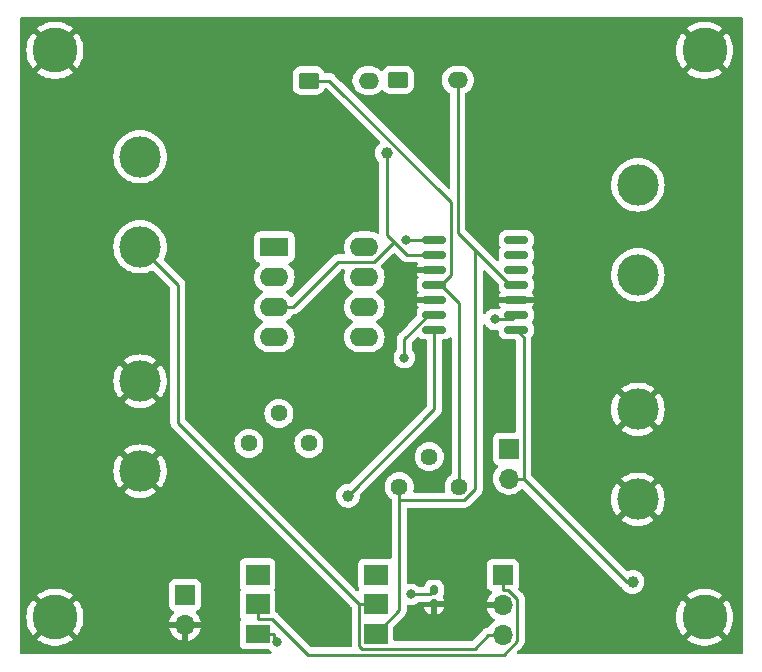
<source format=gbr>
%TF.GenerationSoftware,KiCad,Pcbnew,(6.0.11)*%
%TF.CreationDate,2023-02-15T13:18:50+01:00*%
%TF.ProjectId,FringeLocker,4672696e-6765-44c6-9f63-6b65722e6b69,0.1*%
%TF.SameCoordinates,Original*%
%TF.FileFunction,Copper,L1,Top*%
%TF.FilePolarity,Positive*%
%FSLAX46Y46*%
G04 Gerber Fmt 4.6, Leading zero omitted, Abs format (unit mm)*
G04 Created by KiCad (PCBNEW (6.0.11)) date 2023-02-15 13:18:50*
%MOMM*%
%LPD*%
G01*
G04 APERTURE LIST*
G04 Aperture macros list*
%AMRoundRect*
0 Rectangle with rounded corners*
0 $1 Rounding radius*
0 $2 $3 $4 $5 $6 $7 $8 $9 X,Y pos of 4 corners*
0 Add a 4 corners polygon primitive as box body*
4,1,4,$2,$3,$4,$5,$6,$7,$8,$9,$2,$3,0*
0 Add four circle primitives for the rounded corners*
1,1,$1+$1,$2,$3*
1,1,$1+$1,$4,$5*
1,1,$1+$1,$6,$7*
1,1,$1+$1,$8,$9*
0 Add four rect primitives between the rounded corners*
20,1,$1+$1,$2,$3,$4,$5,0*
20,1,$1+$1,$4,$5,$6,$7,0*
20,1,$1+$1,$6,$7,$8,$9,0*
20,1,$1+$1,$8,$9,$2,$3,0*%
G04 Aperture macros list end*
%TA.AperFunction,ComponentPad*%
%ADD10C,3.800000*%
%TD*%
%TA.AperFunction,ComponentPad*%
%ADD11C,1.000000*%
%TD*%
%TA.AperFunction,ComponentPad*%
%ADD12C,1.440000*%
%TD*%
%TA.AperFunction,ComponentPad*%
%ADD13R,1.700000X1.700000*%
%TD*%
%TA.AperFunction,ComponentPad*%
%ADD14O,1.700000X1.700000*%
%TD*%
%TA.AperFunction,ComponentPad*%
%ADD15C,3.500000*%
%TD*%
%TA.AperFunction,SMDPad,CuDef*%
%ADD16RoundRect,0.160000X0.160000X-0.222500X0.160000X0.222500X-0.160000X0.222500X-0.160000X-0.222500X0*%
%TD*%
%TA.AperFunction,ComponentPad*%
%ADD17O,2.400000X1.600000*%
%TD*%
%TA.AperFunction,ComponentPad*%
%ADD18R,2.400000X1.600000*%
%TD*%
%TA.AperFunction,SMDPad,CuDef*%
%ADD19R,2.000000X1.780000*%
%TD*%
%TA.AperFunction,SMDPad,CuDef*%
%ADD20R,2.000000X1.750000*%
%TD*%
%TA.AperFunction,SMDPad,CuDef*%
%ADD21R,2.000000X1.620000*%
%TD*%
%TA.AperFunction,SMDPad,CuDef*%
%ADD22R,2.000000X1.700000*%
%TD*%
%TA.AperFunction,SMDPad,CuDef*%
%ADD23RoundRect,0.150000X-0.837500X-0.150000X0.837500X-0.150000X0.837500X0.150000X-0.837500X0.150000X0*%
%TD*%
%TA.AperFunction,ComponentPad*%
%ADD24RoundRect,0.249200X-0.600800X-0.450800X0.600800X-0.450800X0.600800X0.450800X-0.600800X0.450800X0*%
%TD*%
%TA.AperFunction,ComponentPad*%
%ADD25O,1.700000X1.400000*%
%TD*%
%TA.AperFunction,ViaPad*%
%ADD26C,0.800000*%
%TD*%
%TA.AperFunction,Conductor*%
%ADD27C,0.250000*%
%TD*%
G04 APERTURE END LIST*
D10*
%TO.P,REF3,3*%
%TO.N,GND*%
X164500000Y-104500000D03*
%TD*%
%TO.P,REF4,4*%
%TO.N,GND*%
X109500000Y-104500000D03*
%TD*%
%TO.P,REF2,2*%
%TO.N,GND*%
X164500000Y-56500000D03*
%TD*%
%TO.P,REF1,1*%
%TO.N,GND*%
X109500000Y-56500000D03*
%TD*%
D11*
%TO.P,TP2,1,1*%
%TO.N,Net-(J1-Pad2)*%
X158400000Y-101500000D03*
%TD*%
D12*
%TO.P,RV2,1,1*%
%TO.N,-15V*%
X138645000Y-93437500D03*
%TO.P,RV2,2,2*%
%TO.N,Net-(R5-Pad1)*%
X141185000Y-90897500D03*
%TO.P,RV2,3,3*%
%TO.N,+15V*%
X143725000Y-93437500D03*
%TD*%
D13*
%TO.P,J1,1,Pin_1*%
%TO.N,Net-(J1-Pad1)*%
X147945000Y-90212500D03*
D14*
%TO.P,J1,2,Pin_2*%
%TO.N,Net-(J1-Pad2)*%
X147945000Y-92752500D03*
%TD*%
D15*
%TO.P,BH1,1,V*%
%TO.N,Net-(BH1-Pad1)*%
X158850000Y-67880000D03*
%TO.P,BH1,2,V*%
X158850000Y-75500000D03*
%TO.P,BH1,3,GND*%
%TO.N,GND*%
X158850000Y-86880000D03*
%TO.P,BH1,4,GND*%
X158850000Y-94500000D03*
%TD*%
D13*
%TO.P,J3,1,Pin_1*%
%TO.N,Net-(BH1-Pad1)*%
X147400000Y-100920000D03*
D14*
%TO.P,J3,2,Pin_2*%
%TO.N,GND*%
X147400000Y-103460000D03*
%TO.P,J3,3,Pin_3*%
%TO.N,Net-(BH2-Pad3)*%
X147400000Y-106000000D03*
%TD*%
D12*
%TO.P,RV1,1,1*%
%TO.N,Net-(C1-Pad1)*%
X125920000Y-89762500D03*
%TO.P,RV1,2,2*%
X128460000Y-87222500D03*
%TO.P,RV1,3,3*%
%TO.N,Net-(R4-Pad1)*%
X131000000Y-89762500D03*
%TD*%
D11*
%TO.P,TP1,1,1*%
%TO.N,Net-(R1-Pad1)*%
X134300000Y-94200000D03*
%TD*%
D16*
%TO.P,D3,1,K*%
%TO.N,GND*%
X141600000Y-103345000D03*
%TO.P,D3,2,A*%
%TO.N,Net-(D3-Pad2)*%
X141600000Y-102200000D03*
%TD*%
D17*
%TO.P,SW1,1,6*%
%TO.N,unconnected-(SW1-Pad1)*%
X128075000Y-80757500D03*
%TO.P,SW1,2,C*%
%TO.N,Net-(D1-Pad2)*%
X128075000Y-78217500D03*
%TO.P,SW1,3,5*%
%TO.N,unconnected-(SW1-Pad3)*%
X128075000Y-75677500D03*
D18*
%TO.P,SW1,4,4*%
%TO.N,Net-(C4-Pad2)*%
X128075000Y-73137500D03*
D17*
%TO.P,SW1,5,3*%
%TO.N,Net-(C3-Pad2)*%
X135695000Y-80757500D03*
%TO.P,SW1,6,2*%
%TO.N,Net-(C2-Pad2)*%
X135695000Y-78217500D03*
%TO.P,SW1,7,C*%
%TO.N,unconnected-(SW1-Pad7)*%
X135695000Y-75677500D03*
%TO.P,SW1,8,1*%
%TO.N,Net-(C1-Pad2)*%
X135695000Y-73137500D03*
%TD*%
D13*
%TO.P,J2,1,Pin_1*%
%TO.N,Net-(C1-Pad1)*%
X120500000Y-102605000D03*
D14*
%TO.P,J2,2,Pin_2*%
%TO.N,GND*%
X120500000Y-105145000D03*
%TD*%
D11*
%TO.P,TP3,1,1*%
%TO.N,Net-(D1-Pad2)*%
X137600000Y-65200000D03*
%TD*%
D19*
%TO.P,SW2,1,A*%
%TO.N,unconnected-(SW2-Pad1)*%
X126650000Y-100875000D03*
D20*
%TO.P,SW2,2,B*%
%TO.N,Net-(BH1-Pad1)*%
X126650000Y-103375000D03*
D21*
%TO.P,SW2,3,C*%
%TO.N,+15V*%
X126650000Y-105875000D03*
D22*
%TO.P,SW2,4,A*%
%TO.N,unconnected-(SW2-Pad4)*%
X136650000Y-100875000D03*
D19*
%TO.P,SW2,5,B*%
%TO.N,Net-(BH2-Pad3)*%
X136650000Y-103375000D03*
%TO.P,SW2,6,C*%
%TO.N,-15V*%
X136650000Y-105875000D03*
%TD*%
D23*
%TO.P,U1,1*%
%TO.N,Net-(C1-Pad1)*%
X141632500Y-72527500D03*
%TO.P,U1,2,-*%
%TO.N,Net-(D1-Pad2)*%
X141632500Y-73797500D03*
%TO.P,U1,3,+*%
%TO.N,GND*%
X141632500Y-75067500D03*
%TO.P,U1,4,V+*%
%TO.N,+15V*%
X141632500Y-76337500D03*
%TO.P,U1,5,+*%
%TO.N,GND*%
X141632500Y-77607500D03*
%TO.P,U1,6,-*%
%TO.N,Net-(R2-Pad1)*%
X141632500Y-78877500D03*
%TO.P,U1,7*%
%TO.N,Net-(R1-Pad1)*%
X141632500Y-80147500D03*
%TO.P,U1,8*%
%TO.N,Net-(J1-Pad2)*%
X148557500Y-80147500D03*
%TO.P,U1,9,-*%
%TO.N,Net-(R3-Pad1)*%
X148557500Y-78877500D03*
%TO.P,U1,10,+*%
%TO.N,GND*%
X148557500Y-77607500D03*
%TO.P,U1,11,V-*%
%TO.N,-15V*%
X148557500Y-76337500D03*
%TO.P,U1,12,+*%
%TO.N,unconnected-(U1-Pad12)*%
X148557500Y-75067500D03*
%TO.P,U1,13,-*%
%TO.N,unconnected-(U1-Pad13)*%
X148557500Y-73797500D03*
%TO.P,U1,14*%
%TO.N,unconnected-(U1-Pad14)*%
X148557500Y-72527500D03*
%TD*%
D15*
%TO.P,BH2,1,V*%
%TO.N,GND*%
X116700000Y-92120000D03*
%TO.P,BH2,2,V*%
X116700000Y-84500000D03*
%TO.P,BH2,3,GND*%
%TO.N,Net-(BH2-Pad3)*%
X116700000Y-73120000D03*
%TO.P,BH2,4,GND*%
X116700000Y-65500000D03*
%TD*%
D24*
%TO.P,D2,1,K*%
%TO.N,Net-(D1-Pad2)*%
X138520000Y-59000000D03*
D25*
%TO.P,D2,2,A*%
%TO.N,-15V*%
X143600000Y-59000000D03*
%TD*%
D24*
%TO.P,D1,1,K*%
%TO.N,+15V*%
X130970000Y-59050000D03*
D25*
%TO.P,D1,2,A*%
%TO.N,Net-(D1-Pad2)*%
X136050000Y-59050000D03*
%TD*%
D26*
%TO.N,Net-(D3-Pad2)*%
X139638000Y-102552000D03*
%TO.N,Net-(C1-Pad1)*%
X139185000Y-72530700D03*
%TO.N,+15V*%
X128301000Y-106604000D03*
%TO.N,Net-(R3-Pad1)*%
X146733000Y-79266500D03*
%TO.N,Net-(R2-Pad1)*%
X139077000Y-82505700D03*
%TD*%
D27*
%TO.N,Net-(D3-Pad2)*%
X141248000Y-102552000D02*
X141600000Y-102200000D01*
X139638000Y-102552000D02*
X141248000Y-102552000D01*
%TO.N,Net-(BH2-Pad3)*%
X136650000Y-103375000D02*
X135274700Y-103375000D01*
X147400000Y-106000000D02*
X146174700Y-106000000D01*
X119905000Y-88005300D02*
X135274700Y-103375000D01*
X119905000Y-76325000D02*
X119905000Y-88005300D01*
X116700000Y-73120000D02*
X119905000Y-76325000D01*
X145031400Y-107143300D02*
X146174700Y-106000000D01*
X135480900Y-107143300D02*
X145031400Y-107143300D01*
X135274700Y-106937100D02*
X135480900Y-107143300D01*
X135274700Y-103375000D02*
X135274700Y-106937100D01*
%TO.N,Net-(BH1-Pad1)*%
X147859600Y-102145300D02*
X147400000Y-102145300D01*
X148625300Y-102911000D02*
X147859600Y-102145300D01*
X148625300Y-106514300D02*
X148625300Y-102911000D01*
X147495900Y-107643700D02*
X148625300Y-106514300D01*
X130918700Y-107643700D02*
X147495900Y-107643700D01*
X127900300Y-104625300D02*
X130918700Y-107643700D01*
X126650000Y-104625300D02*
X127900300Y-104625300D01*
X126650000Y-103375000D02*
X126650000Y-104625300D01*
X147400000Y-100920000D02*
X147400000Y-102145300D01*
%TO.N,Net-(D1-Pad2)*%
X128075000Y-78217500D02*
X129650300Y-78217500D01*
X133460300Y-74407500D02*
X129650300Y-78217500D01*
X136536200Y-74407500D02*
X133460300Y-74407500D01*
X138222800Y-72720900D02*
X136536200Y-74407500D01*
X137600000Y-72098200D02*
X138222800Y-72720900D01*
X137600000Y-65200000D02*
X137600000Y-72098200D01*
X139299300Y-73797500D02*
X141632500Y-73797500D01*
X138222800Y-72720900D02*
X139299300Y-73797500D01*
%TO.N,Net-(C1-Pad1)*%
X141629300Y-72530700D02*
X141632500Y-72527500D01*
X139185000Y-72530700D02*
X141629300Y-72530700D01*
%TO.N,-15V*%
X143600000Y-71918800D02*
X145091500Y-73410300D01*
X143600000Y-59000000D02*
X143600000Y-71918800D01*
X148018700Y-76337500D02*
X148557500Y-76337500D01*
X145091500Y-73410300D02*
X148018700Y-76337500D01*
X144165700Y-94571600D02*
X138645000Y-94571600D01*
X145091500Y-93645800D02*
X144165700Y-94571600D01*
X145091500Y-73410300D02*
X145091500Y-93645800D01*
X138645000Y-103880000D02*
X138645000Y-94571600D01*
X136650000Y-105875000D02*
X138645000Y-103880000D01*
X138645000Y-94571600D02*
X138645000Y-93437500D01*
%TO.N,+15V*%
X128025300Y-106328300D02*
X128025300Y-105875000D01*
X128301000Y-106604000D02*
X128025300Y-106328300D01*
X126650000Y-105875000D02*
X128025300Y-105875000D01*
X142996000Y-75511500D02*
X142170000Y-76337500D01*
X142996000Y-69309600D02*
X142996000Y-75511500D01*
X132736400Y-59050000D02*
X142996000Y-69309600D01*
X130970000Y-59050000D02*
X132736400Y-59050000D01*
X141632500Y-76337500D02*
X142170000Y-76337500D01*
X143725000Y-77892500D02*
X143725000Y-93437500D01*
X142170000Y-76337500D02*
X143725000Y-77892500D01*
%TO.N,Net-(J1-Pad2)*%
X157917800Y-101500000D02*
X158400000Y-101500000D01*
X149170300Y-92752500D02*
X157917800Y-101500000D01*
X147945000Y-92752500D02*
X149170300Y-92752500D01*
X149170300Y-80760300D02*
X149170300Y-92752500D01*
X148557500Y-80147500D02*
X149170300Y-80760300D01*
%TO.N,Net-(R3-Pad1)*%
X148168500Y-79266500D02*
X148557500Y-78877500D01*
X146733000Y-79266500D02*
X148168500Y-79266500D01*
%TO.N,Net-(R2-Pad1)*%
X141134200Y-78877500D02*
X141632500Y-78877500D01*
X139077000Y-80934700D02*
X141134200Y-78877500D01*
X139077000Y-82505700D02*
X139077000Y-80934700D01*
%TO.N,Net-(R1-Pad1)*%
X141632500Y-86867500D02*
X134300000Y-94200000D01*
X141632500Y-80147500D02*
X141632500Y-86867500D01*
%TD*%
%TA.AperFunction,Conductor*%
%TO.N,GND*%
G36*
X167683621Y-53678502D02*
G01*
X167730114Y-53732158D01*
X167741500Y-53784500D01*
X167741500Y-107465500D01*
X167721498Y-107533621D01*
X167667842Y-107580114D01*
X167615500Y-107591500D01*
X148748195Y-107591500D01*
X148680074Y-107571498D01*
X148633581Y-107517842D01*
X148623477Y-107447568D01*
X148652971Y-107382988D01*
X148659100Y-107376404D01*
X148748756Y-107286749D01*
X149017558Y-107017947D01*
X149025837Y-107010413D01*
X149032318Y-107006300D01*
X149078944Y-106956648D01*
X149081698Y-106953807D01*
X149101435Y-106934070D01*
X149103915Y-106930873D01*
X149111620Y-106921851D01*
X149136459Y-106895400D01*
X149141886Y-106889621D01*
X149145705Y-106882675D01*
X149145707Y-106882672D01*
X149151648Y-106871866D01*
X149162499Y-106855347D01*
X149170058Y-106845601D01*
X149174914Y-106839341D01*
X149178059Y-106832072D01*
X149178062Y-106832068D01*
X149192474Y-106798763D01*
X149197691Y-106788113D01*
X149218995Y-106749360D01*
X149224033Y-106729737D01*
X149230437Y-106711034D01*
X149235333Y-106699720D01*
X149235333Y-106699719D01*
X149238481Y-106692445D01*
X149239720Y-106684622D01*
X149239723Y-106684612D01*
X149245399Y-106648776D01*
X149247805Y-106637156D01*
X149256828Y-106602011D01*
X149256828Y-106602010D01*
X149258800Y-106594330D01*
X149258800Y-106574076D01*
X149260351Y-106554365D01*
X149262280Y-106542186D01*
X149263520Y-106534357D01*
X149259359Y-106490338D01*
X149258800Y-106478481D01*
X149258800Y-106374394D01*
X162990314Y-106374394D01*
X162999143Y-106386014D01*
X163203970Y-106534830D01*
X163210650Y-106539070D01*
X163469234Y-106681228D01*
X163476369Y-106684585D01*
X163750746Y-106793219D01*
X163758237Y-106795653D01*
X164044059Y-106869039D01*
X164051830Y-106870521D01*
X164344570Y-106907503D01*
X164352460Y-106908000D01*
X164647540Y-106908000D01*
X164655430Y-106907503D01*
X164948170Y-106870521D01*
X164955941Y-106869039D01*
X165241763Y-106795653D01*
X165249254Y-106793219D01*
X165523631Y-106684585D01*
X165530766Y-106681228D01*
X165789350Y-106539070D01*
X165796030Y-106534830D01*
X166001230Y-106385744D01*
X166009653Y-106374821D01*
X166002749Y-106361960D01*
X164512810Y-104872020D01*
X164498869Y-104864408D01*
X164497034Y-104864539D01*
X164490420Y-104868790D01*
X162996927Y-106362284D01*
X162990314Y-106374394D01*
X149258800Y-106374394D01*
X149258800Y-104503958D01*
X162087488Y-104503958D01*
X162106015Y-104798436D01*
X162107008Y-104806297D01*
X162162296Y-105096128D01*
X162164267Y-105103805D01*
X162255446Y-105384424D01*
X162258361Y-105391787D01*
X162383993Y-105658770D01*
X162387805Y-105665703D01*
X162545909Y-105914835D01*
X162550563Y-105921241D01*
X162615521Y-105999761D01*
X162628040Y-106008217D01*
X162638778Y-106002011D01*
X164127980Y-104512810D01*
X164134357Y-104501131D01*
X164864408Y-104501131D01*
X164864539Y-104502966D01*
X164868790Y-104509580D01*
X166360119Y-106000908D01*
X166373381Y-106008150D01*
X166383485Y-106000962D01*
X166449437Y-105921241D01*
X166454091Y-105914835D01*
X166612195Y-105665703D01*
X166616007Y-105658770D01*
X166741639Y-105391787D01*
X166744554Y-105384424D01*
X166835733Y-105103805D01*
X166837704Y-105096128D01*
X166892992Y-104806297D01*
X166893985Y-104798436D01*
X166912512Y-104503958D01*
X166912512Y-104496042D01*
X166893985Y-104201564D01*
X166892992Y-104193703D01*
X166837704Y-103903872D01*
X166835733Y-103896195D01*
X166744554Y-103615576D01*
X166741639Y-103608213D01*
X166616007Y-103341230D01*
X166612195Y-103334297D01*
X166454091Y-103085165D01*
X166449437Y-103078759D01*
X166384479Y-103000239D01*
X166371960Y-102991783D01*
X166361222Y-102997989D01*
X164872020Y-104487190D01*
X164864408Y-104501131D01*
X164134357Y-104501131D01*
X164135592Y-104498869D01*
X164135461Y-104497034D01*
X164131210Y-104490420D01*
X162639881Y-102999092D01*
X162626619Y-102991850D01*
X162616515Y-102999038D01*
X162550563Y-103078759D01*
X162545909Y-103085165D01*
X162387805Y-103334297D01*
X162383993Y-103341230D01*
X162258361Y-103608213D01*
X162255446Y-103615576D01*
X162164267Y-103896195D01*
X162162296Y-103903872D01*
X162107008Y-104193703D01*
X162106015Y-104201564D01*
X162087488Y-104496042D01*
X162087488Y-104503958D01*
X149258800Y-104503958D01*
X149258800Y-102989763D01*
X149259327Y-102978579D01*
X149261001Y-102971091D01*
X149258862Y-102903032D01*
X149258800Y-102899075D01*
X149258800Y-102871144D01*
X149258294Y-102867138D01*
X149257361Y-102855292D01*
X149256222Y-102819037D01*
X149255973Y-102811110D01*
X149250322Y-102791658D01*
X149246314Y-102772306D01*
X149244767Y-102760063D01*
X149243774Y-102752203D01*
X149240856Y-102744832D01*
X149227500Y-102711097D01*
X149223655Y-102699870D01*
X149215439Y-102671592D01*
X149211318Y-102657407D01*
X149207284Y-102650585D01*
X149207281Y-102650579D01*
X149201006Y-102639968D01*
X149193761Y-102625179D01*
X162990347Y-102625179D01*
X162997251Y-102638040D01*
X164487190Y-104127980D01*
X164501131Y-104135592D01*
X164502966Y-104135461D01*
X164509580Y-104131210D01*
X166003073Y-102637716D01*
X166009686Y-102625606D01*
X166000857Y-102613986D01*
X165796030Y-102465170D01*
X165789350Y-102460930D01*
X165530766Y-102318772D01*
X165523631Y-102315415D01*
X165249254Y-102206781D01*
X165241763Y-102204347D01*
X164955941Y-102130961D01*
X164948170Y-102129479D01*
X164655430Y-102092497D01*
X164647540Y-102092000D01*
X164352460Y-102092000D01*
X164344570Y-102092497D01*
X164051830Y-102129479D01*
X164044059Y-102130961D01*
X163758237Y-102204347D01*
X163750746Y-102206781D01*
X163476369Y-102315415D01*
X163469234Y-102318772D01*
X163210650Y-102460930D01*
X163203970Y-102465170D01*
X162998770Y-102614256D01*
X162990347Y-102625179D01*
X149193761Y-102625179D01*
X149192310Y-102622218D01*
X149187772Y-102610756D01*
X149187769Y-102610751D01*
X149184852Y-102603383D01*
X149158873Y-102567625D01*
X149152357Y-102557707D01*
X149133875Y-102526457D01*
X149129842Y-102519637D01*
X149115518Y-102505313D01*
X149102676Y-102490278D01*
X149090772Y-102473893D01*
X149056706Y-102445711D01*
X149047927Y-102437722D01*
X148737882Y-102127677D01*
X148703856Y-102065365D01*
X148708995Y-101994353D01*
X148748971Y-101887718D01*
X148748973Y-101887712D01*
X148751745Y-101880316D01*
X148758500Y-101818134D01*
X148758500Y-100021866D01*
X148751745Y-99959684D01*
X148700615Y-99823295D01*
X148613261Y-99706739D01*
X148496705Y-99619385D01*
X148360316Y-99568255D01*
X148298134Y-99561500D01*
X146501866Y-99561500D01*
X146439684Y-99568255D01*
X146303295Y-99619385D01*
X146186739Y-99706739D01*
X146099385Y-99823295D01*
X146048255Y-99959684D01*
X146041500Y-100021866D01*
X146041500Y-101818134D01*
X146048255Y-101880316D01*
X146099385Y-102016705D01*
X146186739Y-102133261D01*
X146303295Y-102220615D01*
X146311704Y-102223767D01*
X146311705Y-102223768D01*
X146420960Y-102264726D01*
X146477725Y-102307367D01*
X146502425Y-102373929D01*
X146487218Y-102443278D01*
X146467825Y-102469759D01*
X146344590Y-102598717D01*
X146338104Y-102606727D01*
X146218098Y-102782649D01*
X146213000Y-102791623D01*
X146123338Y-102984783D01*
X146119775Y-102994470D01*
X146064389Y-103194183D01*
X146065912Y-103202607D01*
X146078292Y-103206000D01*
X147528000Y-103206000D01*
X147596121Y-103226002D01*
X147642614Y-103279658D01*
X147654000Y-103332000D01*
X147654000Y-103588000D01*
X147633998Y-103656121D01*
X147580342Y-103702614D01*
X147528000Y-103714000D01*
X146083225Y-103714000D01*
X146069694Y-103717973D01*
X146068257Y-103727966D01*
X146098565Y-103862446D01*
X146101645Y-103872275D01*
X146181770Y-104069603D01*
X146186413Y-104078794D01*
X146297694Y-104260388D01*
X146303777Y-104268699D01*
X146443213Y-104429667D01*
X146450580Y-104436883D01*
X146614434Y-104572916D01*
X146622881Y-104578831D01*
X146691969Y-104619203D01*
X146740693Y-104670842D01*
X146753764Y-104740625D01*
X146727033Y-104806396D01*
X146686584Y-104839752D01*
X146673607Y-104846507D01*
X146669474Y-104849610D01*
X146669471Y-104849612D01*
X146519065Y-104962540D01*
X146494965Y-104980635D01*
X146340629Y-105142138D01*
X146224473Y-105312417D01*
X146169564Y-105357417D01*
X146134742Y-105365635D01*
X146134851Y-105366499D01*
X146132883Y-105366748D01*
X146130838Y-105367006D01*
X146118996Y-105367939D01*
X146074810Y-105369327D01*
X146057444Y-105374372D01*
X146055358Y-105374978D01*
X146036006Y-105378986D01*
X146028935Y-105379880D01*
X146015903Y-105381526D01*
X146008534Y-105384443D01*
X146008532Y-105384444D01*
X145974797Y-105397800D01*
X145963569Y-105401645D01*
X145921107Y-105413982D01*
X145914285Y-105418016D01*
X145914279Y-105418019D01*
X145903668Y-105424294D01*
X145885918Y-105432990D01*
X145874456Y-105437528D01*
X145874451Y-105437531D01*
X145867083Y-105440448D01*
X145860668Y-105445109D01*
X145831325Y-105466427D01*
X145821407Y-105472943D01*
X145802719Y-105483995D01*
X145783337Y-105495458D01*
X145769013Y-105509782D01*
X145753981Y-105522621D01*
X145737593Y-105534528D01*
X145718775Y-105557275D01*
X145709412Y-105568593D01*
X145701422Y-105577373D01*
X144805900Y-106472895D01*
X144743588Y-106506921D01*
X144716805Y-106509800D01*
X138284500Y-106509800D01*
X138216379Y-106489798D01*
X138169886Y-106436142D01*
X138158500Y-106383800D01*
X138158500Y-105314595D01*
X138178502Y-105246474D01*
X138195405Y-105225500D01*
X139037253Y-104383652D01*
X139045539Y-104376112D01*
X139052018Y-104372000D01*
X139098644Y-104322348D01*
X139101398Y-104319507D01*
X139121135Y-104299770D01*
X139123615Y-104296573D01*
X139131320Y-104287551D01*
X139161586Y-104255321D01*
X139165405Y-104248375D01*
X139165407Y-104248372D01*
X139171348Y-104237566D01*
X139182199Y-104221047D01*
X139187934Y-104213653D01*
X139194614Y-104205041D01*
X139197759Y-104197772D01*
X139197762Y-104197768D01*
X139212174Y-104164463D01*
X139217391Y-104153813D01*
X139238695Y-104115060D01*
X139241306Y-104104893D01*
X139243733Y-104095438D01*
X139250137Y-104076734D01*
X139255033Y-104065420D01*
X139255033Y-104065419D01*
X139258181Y-104058145D01*
X139259420Y-104050322D01*
X139259423Y-104050312D01*
X139265099Y-104014476D01*
X139267505Y-104002856D01*
X139276528Y-103967711D01*
X139276528Y-103967710D01*
X139278500Y-103960030D01*
X139278500Y-103939776D01*
X139280051Y-103920065D01*
X139281980Y-103907886D01*
X139283220Y-103900057D01*
X139279059Y-103856038D01*
X139278500Y-103844181D01*
X139278500Y-103618007D01*
X140772001Y-103618007D01*
X140772264Y-103623757D01*
X140777751Y-103683473D01*
X140780361Y-103696506D01*
X140824439Y-103837161D01*
X140830645Y-103850906D01*
X140906533Y-103976211D01*
X140915840Y-103988080D01*
X141019420Y-104091660D01*
X141031289Y-104100967D01*
X141156594Y-104176855D01*
X141170339Y-104183061D01*
X141310994Y-104227139D01*
X141324027Y-104229749D01*
X141327961Y-104230111D01*
X141342835Y-104227188D01*
X141346000Y-104215293D01*
X141346000Y-104213653D01*
X141854000Y-104213653D01*
X141858271Y-104228198D01*
X141870404Y-104230261D01*
X141875973Y-104229749D01*
X141889006Y-104227139D01*
X142029661Y-104183061D01*
X142043406Y-104176855D01*
X142168711Y-104100967D01*
X142180580Y-104091660D01*
X142284160Y-103988080D01*
X142293467Y-103976211D01*
X142369355Y-103850906D01*
X142375561Y-103837161D01*
X142419637Y-103696511D01*
X142422250Y-103683464D01*
X142427734Y-103623782D01*
X142428000Y-103617993D01*
X142428000Y-103617115D01*
X142423525Y-103601876D01*
X142422135Y-103600671D01*
X142414452Y-103599000D01*
X141872115Y-103599000D01*
X141856876Y-103603475D01*
X141855671Y-103604865D01*
X141854000Y-103612548D01*
X141854000Y-104213653D01*
X141346000Y-104213653D01*
X141346000Y-103617115D01*
X141341525Y-103601876D01*
X141340135Y-103600671D01*
X141332452Y-103599000D01*
X140790116Y-103599000D01*
X140774877Y-103603475D01*
X140773672Y-103604865D01*
X140772001Y-103612548D01*
X140772001Y-103618007D01*
X139278500Y-103618007D01*
X139278500Y-103559980D01*
X139298502Y-103491859D01*
X139352158Y-103445366D01*
X139422432Y-103435262D01*
X139430697Y-103436733D01*
X139536056Y-103459128D01*
X139536061Y-103459128D01*
X139542513Y-103460500D01*
X139733487Y-103460500D01*
X139739939Y-103459128D01*
X139739944Y-103459128D01*
X139845301Y-103436733D01*
X139920288Y-103420794D01*
X139926319Y-103418109D01*
X140088722Y-103345803D01*
X140088724Y-103345802D01*
X140094752Y-103343118D01*
X140249253Y-103230866D01*
X140253668Y-103225963D01*
X140258580Y-103221540D01*
X140259705Y-103222789D01*
X140313014Y-103189949D01*
X140346200Y-103185500D01*
X141169233Y-103185500D01*
X141180416Y-103186027D01*
X141187909Y-103187702D01*
X141195835Y-103187453D01*
X141195836Y-103187453D01*
X141255986Y-103185562D01*
X141259945Y-103185500D01*
X141287856Y-103185500D01*
X141291791Y-103185003D01*
X141291856Y-103184995D01*
X141303693Y-103184062D01*
X141335951Y-103183048D01*
X141339970Y-103182922D01*
X141347889Y-103182673D01*
X141367343Y-103177021D01*
X141386700Y-103173013D01*
X141398930Y-103171468D01*
X141398931Y-103171468D01*
X141406797Y-103170474D01*
X141414168Y-103167555D01*
X141414170Y-103167555D01*
X141447912Y-103154196D01*
X141459142Y-103150351D01*
X141493983Y-103140229D01*
X141493984Y-103140229D01*
X141501593Y-103138018D01*
X141508412Y-103133985D01*
X141508417Y-103133983D01*
X141519028Y-103127707D01*
X141536776Y-103119012D01*
X141555617Y-103111552D01*
X141562029Y-103106893D01*
X141562592Y-103106584D01*
X141623290Y-103091000D01*
X142409884Y-103091000D01*
X142425123Y-103086525D01*
X142426328Y-103085135D01*
X142427999Y-103077452D01*
X142427999Y-103071993D01*
X142427736Y-103066243D01*
X142422249Y-103006527D01*
X142419639Y-102993494D01*
X142375561Y-102852839D01*
X142369355Y-102839095D01*
X142368847Y-102838256D01*
X142368663Y-102837563D01*
X142366228Y-102832169D01*
X142367127Y-102831763D01*
X142350667Y-102769627D01*
X142367213Y-102713276D01*
X142366687Y-102713039D01*
X142368390Y-102709267D01*
X142368847Y-102707711D01*
X142369812Y-102706117D01*
X142373748Y-102699618D01*
X142393046Y-102638040D01*
X142403906Y-102603383D01*
X142422134Y-102545219D01*
X142428500Y-102475937D01*
X142428499Y-101924064D01*
X142427432Y-101912443D01*
X142424480Y-101880316D01*
X142422134Y-101854781D01*
X142411714Y-101821531D01*
X142376020Y-101707631D01*
X142376019Y-101707629D01*
X142373748Y-101700382D01*
X142289930Y-101561982D01*
X142175518Y-101447570D01*
X142037118Y-101363752D01*
X142029871Y-101361481D01*
X142029869Y-101361480D01*
X141967715Y-101342002D01*
X141882719Y-101315366D01*
X141813437Y-101309000D01*
X141810539Y-101309000D01*
X141599447Y-101309001D01*
X141386564Y-101309001D01*
X141383705Y-101309264D01*
X141383697Y-101309264D01*
X141349924Y-101312367D01*
X141317281Y-101315366D01*
X141310903Y-101317365D01*
X141310902Y-101317365D01*
X141170131Y-101361480D01*
X141170129Y-101361481D01*
X141162882Y-101363752D01*
X141024482Y-101447570D01*
X140910070Y-101561982D01*
X140826252Y-101700382D01*
X140823981Y-101707629D01*
X140823980Y-101707631D01*
X140818690Y-101724513D01*
X140790918Y-101813134D01*
X140785576Y-101830179D01*
X140746119Y-101889201D01*
X140681015Y-101917521D01*
X140665342Y-101918500D01*
X140346200Y-101918500D01*
X140278079Y-101898498D01*
X140258853Y-101882157D01*
X140258580Y-101882460D01*
X140253668Y-101878037D01*
X140249253Y-101873134D01*
X140168849Y-101814717D01*
X140100094Y-101764763D01*
X140100093Y-101764762D01*
X140094752Y-101760882D01*
X140088724Y-101758198D01*
X140088722Y-101758197D01*
X139926319Y-101685891D01*
X139926318Y-101685891D01*
X139920288Y-101683206D01*
X139819887Y-101661865D01*
X139739944Y-101644872D01*
X139739939Y-101644872D01*
X139733487Y-101643500D01*
X139542513Y-101643500D01*
X139536061Y-101644872D01*
X139536056Y-101644872D01*
X139430697Y-101667267D01*
X139359906Y-101661865D01*
X139303273Y-101619048D01*
X139278780Y-101552410D01*
X139278500Y-101544020D01*
X139278500Y-95331100D01*
X139298502Y-95262979D01*
X139352158Y-95216486D01*
X139404500Y-95205100D01*
X144086933Y-95205100D01*
X144098116Y-95205627D01*
X144105609Y-95207302D01*
X144113535Y-95207053D01*
X144113536Y-95207053D01*
X144173686Y-95205162D01*
X144177645Y-95205100D01*
X144205556Y-95205100D01*
X144209491Y-95204603D01*
X144209556Y-95204595D01*
X144221393Y-95203662D01*
X144253651Y-95202648D01*
X144257670Y-95202522D01*
X144265589Y-95202273D01*
X144285043Y-95196621D01*
X144304400Y-95192613D01*
X144316630Y-95191068D01*
X144316631Y-95191068D01*
X144324497Y-95190074D01*
X144331868Y-95187155D01*
X144331870Y-95187155D01*
X144365612Y-95173796D01*
X144376842Y-95169951D01*
X144411683Y-95159829D01*
X144411684Y-95159829D01*
X144419293Y-95157618D01*
X144426112Y-95153585D01*
X144426117Y-95153583D01*
X144436728Y-95147307D01*
X144454476Y-95138612D01*
X144473317Y-95131152D01*
X144509087Y-95105164D01*
X144519007Y-95098648D01*
X144550235Y-95080180D01*
X144550238Y-95080178D01*
X144557062Y-95076142D01*
X144571383Y-95061821D01*
X144586417Y-95048980D01*
X144596394Y-95041731D01*
X144602807Y-95037072D01*
X144607858Y-95030967D01*
X144607863Y-95030962D01*
X144630999Y-95002996D01*
X144638987Y-94994218D01*
X145483753Y-94149452D01*
X145492039Y-94141912D01*
X145498518Y-94137800D01*
X145545144Y-94088148D01*
X145547898Y-94085307D01*
X145567635Y-94065570D01*
X145570115Y-94062373D01*
X145577820Y-94053351D01*
X145602659Y-94026900D01*
X145608086Y-94021121D01*
X145611905Y-94014175D01*
X145611907Y-94014172D01*
X145617848Y-94003366D01*
X145628699Y-93986847D01*
X145636258Y-93977101D01*
X145641114Y-93970841D01*
X145644259Y-93963572D01*
X145644262Y-93963568D01*
X145658674Y-93930263D01*
X145663891Y-93919613D01*
X145685195Y-93880860D01*
X145690233Y-93861237D01*
X145696637Y-93842534D01*
X145701533Y-93831220D01*
X145701533Y-93831219D01*
X145704681Y-93823945D01*
X145705920Y-93816122D01*
X145705923Y-93816112D01*
X145711599Y-93780276D01*
X145714005Y-93768656D01*
X145723028Y-93733511D01*
X145723028Y-93733510D01*
X145725000Y-93725830D01*
X145725000Y-93705576D01*
X145726551Y-93685865D01*
X145728480Y-93673686D01*
X145729720Y-93665857D01*
X145725559Y-93621838D01*
X145725000Y-93609981D01*
X145725000Y-79807830D01*
X145745002Y-79739709D01*
X145798658Y-79693216D01*
X145868932Y-79683112D01*
X145933512Y-79712606D01*
X145960119Y-79744830D01*
X145993960Y-79803444D01*
X145998378Y-79808351D01*
X145998379Y-79808352D01*
X146108810Y-79930998D01*
X146121747Y-79945366D01*
X146276248Y-80057618D01*
X146282276Y-80060302D01*
X146282278Y-80060303D01*
X146444681Y-80132609D01*
X146450712Y-80135294D01*
X146544113Y-80155147D01*
X146631056Y-80173628D01*
X146631061Y-80173628D01*
X146637513Y-80175000D01*
X146828487Y-80175000D01*
X146834939Y-80173628D01*
X146834944Y-80173628D01*
X146909303Y-80157822D01*
X146980094Y-80163224D01*
X147036726Y-80206041D01*
X147061220Y-80272679D01*
X147061500Y-80281069D01*
X147061500Y-80364002D01*
X147064438Y-80401331D01*
X147110855Y-80561101D01*
X147114892Y-80567927D01*
X147191509Y-80697480D01*
X147191511Y-80697483D01*
X147195547Y-80704307D01*
X147313193Y-80821953D01*
X147320017Y-80825989D01*
X147320020Y-80825991D01*
X147355526Y-80846989D01*
X147456399Y-80906645D01*
X147464010Y-80908856D01*
X147464012Y-80908857D01*
X147511093Y-80922535D01*
X147616169Y-80953062D01*
X147622574Y-80953566D01*
X147622579Y-80953567D01*
X147651042Y-80955807D01*
X147651050Y-80955807D01*
X147653498Y-80956000D01*
X148410800Y-80956000D01*
X148478921Y-80976002D01*
X148525414Y-81029658D01*
X148536800Y-81082000D01*
X148536800Y-88728000D01*
X148516798Y-88796121D01*
X148463142Y-88842614D01*
X148410800Y-88854000D01*
X147046866Y-88854000D01*
X146984684Y-88860755D01*
X146848295Y-88911885D01*
X146731739Y-88999239D01*
X146644385Y-89115795D01*
X146593255Y-89252184D01*
X146586500Y-89314366D01*
X146586500Y-91110634D01*
X146593255Y-91172816D01*
X146644385Y-91309205D01*
X146731739Y-91425761D01*
X146848295Y-91513115D01*
X146856704Y-91516267D01*
X146856705Y-91516268D01*
X146965451Y-91557035D01*
X147022216Y-91599676D01*
X147046916Y-91666238D01*
X147031709Y-91735587D01*
X147012316Y-91762068D01*
X146885629Y-91894638D01*
X146759743Y-92079180D01*
X146665688Y-92281805D01*
X146605989Y-92497070D01*
X146582251Y-92719195D01*
X146582548Y-92724348D01*
X146582548Y-92724351D01*
X146594812Y-92937047D01*
X146595110Y-92942215D01*
X146596247Y-92947261D01*
X146596248Y-92947267D01*
X146620304Y-93054008D01*
X146644222Y-93160139D01*
X146728266Y-93367116D01*
X146730965Y-93371520D01*
X146830706Y-93534283D01*
X146844987Y-93557588D01*
X146991250Y-93726438D01*
X147163126Y-93869132D01*
X147356000Y-93981838D01*
X147360825Y-93983680D01*
X147360826Y-93983681D01*
X147391581Y-93995425D01*
X147564692Y-94061530D01*
X147569760Y-94062561D01*
X147569763Y-94062562D01*
X147642631Y-94077387D01*
X147783597Y-94106067D01*
X147788772Y-94106257D01*
X147788774Y-94106257D01*
X148001673Y-94114064D01*
X148001677Y-94114064D01*
X148006837Y-94114253D01*
X148011957Y-94113597D01*
X148011959Y-94113597D01*
X148223288Y-94086525D01*
X148223289Y-94086525D01*
X148228416Y-94085868D01*
X148242949Y-94081508D01*
X148437429Y-94023161D01*
X148437434Y-94023159D01*
X148442384Y-94021674D01*
X148642994Y-93923396D01*
X148824860Y-93793673D01*
X148981549Y-93637530D01*
X149043920Y-93603615D01*
X149114726Y-93608803D01*
X149159583Y-93637687D01*
X157414143Y-101892247D01*
X157421687Y-101900537D01*
X157425800Y-101907018D01*
X157431577Y-101912443D01*
X157475467Y-101953658D01*
X157478309Y-101956413D01*
X157498030Y-101976134D01*
X157501155Y-101978558D01*
X157503140Y-101980308D01*
X157531878Y-102017223D01*
X157548187Y-102048956D01*
X157671035Y-102203953D01*
X157675728Y-102207947D01*
X157675729Y-102207948D01*
X157750691Y-102271745D01*
X157821650Y-102332136D01*
X157994294Y-102428624D01*
X158182392Y-102489740D01*
X158378777Y-102513158D01*
X158384912Y-102512686D01*
X158384914Y-102512686D01*
X158569830Y-102498457D01*
X158569834Y-102498456D01*
X158575972Y-102497984D01*
X158766463Y-102444798D01*
X158771967Y-102442018D01*
X158771969Y-102442017D01*
X158937495Y-102358404D01*
X158937497Y-102358403D01*
X158942996Y-102355625D01*
X159098847Y-102233861D01*
X159228078Y-102084145D01*
X159325769Y-101912179D01*
X159388197Y-101724513D01*
X159412985Y-101528295D01*
X159413380Y-101500000D01*
X159394080Y-101303167D01*
X159336916Y-101113831D01*
X159244066Y-100939204D01*
X159173709Y-100852938D01*
X159122960Y-100790713D01*
X159122957Y-100790710D01*
X159119065Y-100785938D01*
X159114316Y-100782009D01*
X158971425Y-100663799D01*
X158971421Y-100663797D01*
X158966675Y-100659870D01*
X158792701Y-100565802D01*
X158603768Y-100507318D01*
X158597643Y-100506674D01*
X158597642Y-100506674D01*
X158413204Y-100487289D01*
X158413202Y-100487289D01*
X158407075Y-100486645D01*
X158324576Y-100494153D01*
X158216251Y-100504011D01*
X158216248Y-100504012D01*
X158210112Y-100504570D01*
X158204206Y-100506308D01*
X158204202Y-100506309D01*
X158099076Y-100537249D01*
X158020381Y-100560410D01*
X158014920Y-100563265D01*
X158014910Y-100563269D01*
X158006350Y-100567744D01*
X157936714Y-100581578D01*
X157870654Y-100555567D01*
X157858881Y-100545177D01*
X153582561Y-96268856D01*
X157446601Y-96268856D01*
X157453059Y-96278216D01*
X157469361Y-96292512D01*
X157475901Y-96297530D01*
X157715144Y-96457387D01*
X157722281Y-96461508D01*
X157980349Y-96588772D01*
X157987953Y-96591922D01*
X158260420Y-96684412D01*
X158268383Y-96686546D01*
X158550600Y-96742683D01*
X158558751Y-96743756D01*
X158845881Y-96762575D01*
X158854119Y-96762575D01*
X159141249Y-96743756D01*
X159149400Y-96742683D01*
X159431617Y-96686546D01*
X159439580Y-96684412D01*
X159712047Y-96591922D01*
X159719651Y-96588772D01*
X159977719Y-96461508D01*
X159984856Y-96457387D01*
X160224099Y-96297530D01*
X160230639Y-96292512D01*
X160245074Y-96279853D01*
X160253472Y-96266614D01*
X160247638Y-96256849D01*
X158862810Y-94872020D01*
X158848869Y-94864408D01*
X158847034Y-94864539D01*
X158840420Y-94868790D01*
X157454116Y-96255095D01*
X157446601Y-96268856D01*
X153582561Y-96268856D01*
X151817824Y-94504119D01*
X156587425Y-94504119D01*
X156606244Y-94791249D01*
X156607317Y-94799400D01*
X156663454Y-95081617D01*
X156665588Y-95089580D01*
X156758078Y-95362047D01*
X156761228Y-95369651D01*
X156888492Y-95627718D01*
X156892613Y-95634855D01*
X157052470Y-95874099D01*
X157057488Y-95880639D01*
X157070147Y-95895074D01*
X157083386Y-95903472D01*
X157093151Y-95897638D01*
X158477980Y-94512810D01*
X158484357Y-94501131D01*
X159214408Y-94501131D01*
X159214539Y-94502966D01*
X159218790Y-94509580D01*
X160605095Y-95895884D01*
X160618856Y-95903399D01*
X160628216Y-95896941D01*
X160642512Y-95880639D01*
X160647530Y-95874099D01*
X160807387Y-95634855D01*
X160811508Y-95627718D01*
X160938772Y-95369651D01*
X160941922Y-95362047D01*
X161034412Y-95089580D01*
X161036546Y-95081617D01*
X161092683Y-94799400D01*
X161093756Y-94791249D01*
X161112575Y-94504119D01*
X161112575Y-94495881D01*
X161093756Y-94208751D01*
X161092683Y-94200600D01*
X161036546Y-93918383D01*
X161034412Y-93910420D01*
X160941922Y-93637953D01*
X160938772Y-93630349D01*
X160811508Y-93372282D01*
X160807387Y-93365145D01*
X160647530Y-93125901D01*
X160642512Y-93119361D01*
X160629853Y-93104926D01*
X160616614Y-93096528D01*
X160606849Y-93102362D01*
X159222020Y-94487190D01*
X159214408Y-94501131D01*
X158484357Y-94501131D01*
X158485592Y-94498869D01*
X158485461Y-94497034D01*
X158481210Y-94490420D01*
X157094905Y-93104116D01*
X157081144Y-93096601D01*
X157071784Y-93103059D01*
X157057488Y-93119361D01*
X157052470Y-93125901D01*
X156892613Y-93365145D01*
X156888492Y-93372282D01*
X156761228Y-93630349D01*
X156758078Y-93637953D01*
X156665588Y-93910420D01*
X156663454Y-93918383D01*
X156607317Y-94200600D01*
X156606244Y-94208751D01*
X156587425Y-94495881D01*
X156587425Y-94504119D01*
X151817824Y-94504119D01*
X150047091Y-92733386D01*
X157446528Y-92733386D01*
X157452362Y-92743151D01*
X158837190Y-94127980D01*
X158851131Y-94135592D01*
X158852966Y-94135461D01*
X158859580Y-94131210D01*
X160245884Y-92744905D01*
X160253399Y-92731144D01*
X160246941Y-92721784D01*
X160230639Y-92707488D01*
X160224099Y-92702470D01*
X159984856Y-92542613D01*
X159977719Y-92538492D01*
X159719651Y-92411228D01*
X159712047Y-92408078D01*
X159439580Y-92315588D01*
X159431617Y-92313454D01*
X159149400Y-92257317D01*
X159141249Y-92256244D01*
X158854119Y-92237425D01*
X158845881Y-92237425D01*
X158558751Y-92256244D01*
X158550600Y-92257317D01*
X158268383Y-92313454D01*
X158260420Y-92315588D01*
X157987953Y-92408078D01*
X157980349Y-92411228D01*
X157722282Y-92538492D01*
X157715145Y-92542613D01*
X157475901Y-92702470D01*
X157469361Y-92707488D01*
X157454926Y-92720147D01*
X157446528Y-92733386D01*
X150047091Y-92733386D01*
X149840705Y-92527000D01*
X149806679Y-92464688D01*
X149803800Y-92437905D01*
X149803800Y-88648856D01*
X157446601Y-88648856D01*
X157453059Y-88658216D01*
X157469361Y-88672512D01*
X157475901Y-88677530D01*
X157715144Y-88837387D01*
X157722281Y-88841508D01*
X157980349Y-88968772D01*
X157987953Y-88971922D01*
X158260420Y-89064412D01*
X158268383Y-89066546D01*
X158550600Y-89122683D01*
X158558751Y-89123756D01*
X158845881Y-89142575D01*
X158854119Y-89142575D01*
X159141249Y-89123756D01*
X159149400Y-89122683D01*
X159431617Y-89066546D01*
X159439580Y-89064412D01*
X159712047Y-88971922D01*
X159719651Y-88968772D01*
X159977719Y-88841508D01*
X159984856Y-88837387D01*
X160224099Y-88677530D01*
X160230639Y-88672512D01*
X160245074Y-88659853D01*
X160253472Y-88646614D01*
X160247638Y-88636849D01*
X158862810Y-87252020D01*
X158848869Y-87244408D01*
X158847034Y-87244539D01*
X158840420Y-87248790D01*
X157454116Y-88635095D01*
X157446601Y-88648856D01*
X149803800Y-88648856D01*
X149803800Y-86884119D01*
X156587425Y-86884119D01*
X156606244Y-87171249D01*
X156607317Y-87179400D01*
X156663454Y-87461617D01*
X156665588Y-87469580D01*
X156758078Y-87742047D01*
X156761228Y-87749651D01*
X156888492Y-88007718D01*
X156892613Y-88014855D01*
X157052470Y-88254099D01*
X157057488Y-88260639D01*
X157070147Y-88275074D01*
X157083386Y-88283472D01*
X157093151Y-88277638D01*
X158477980Y-86892810D01*
X158484357Y-86881131D01*
X159214408Y-86881131D01*
X159214539Y-86882966D01*
X159218790Y-86889580D01*
X160605095Y-88275884D01*
X160618856Y-88283399D01*
X160628216Y-88276941D01*
X160642512Y-88260639D01*
X160647530Y-88254099D01*
X160807387Y-88014855D01*
X160811508Y-88007718D01*
X160938772Y-87749651D01*
X160941922Y-87742047D01*
X161034412Y-87469580D01*
X161036546Y-87461617D01*
X161092683Y-87179400D01*
X161093756Y-87171249D01*
X161112575Y-86884119D01*
X161112575Y-86875881D01*
X161093756Y-86588751D01*
X161092683Y-86580600D01*
X161036546Y-86298383D01*
X161034412Y-86290420D01*
X160941922Y-86017953D01*
X160938772Y-86010349D01*
X160811508Y-85752282D01*
X160807387Y-85745145D01*
X160647530Y-85505901D01*
X160642512Y-85499361D01*
X160629853Y-85484926D01*
X160616614Y-85476528D01*
X160606849Y-85482362D01*
X159222020Y-86867190D01*
X159214408Y-86881131D01*
X158484357Y-86881131D01*
X158485592Y-86878869D01*
X158485461Y-86877034D01*
X158481210Y-86870420D01*
X157094905Y-85484116D01*
X157081144Y-85476601D01*
X157071784Y-85483059D01*
X157057488Y-85499361D01*
X157052470Y-85505901D01*
X156892613Y-85745145D01*
X156888492Y-85752282D01*
X156761228Y-86010349D01*
X156758078Y-86017953D01*
X156665588Y-86290420D01*
X156663454Y-86298383D01*
X156607317Y-86580600D01*
X156606244Y-86588751D01*
X156587425Y-86875881D01*
X156587425Y-86884119D01*
X149803800Y-86884119D01*
X149803800Y-85113386D01*
X157446528Y-85113386D01*
X157452362Y-85123151D01*
X158837190Y-86507980D01*
X158851131Y-86515592D01*
X158852966Y-86515461D01*
X158859580Y-86511210D01*
X160245884Y-85124905D01*
X160253399Y-85111144D01*
X160246941Y-85101784D01*
X160230639Y-85087488D01*
X160224099Y-85082470D01*
X159984856Y-84922613D01*
X159977719Y-84918492D01*
X159719651Y-84791228D01*
X159712047Y-84788078D01*
X159439580Y-84695588D01*
X159431617Y-84693454D01*
X159149400Y-84637317D01*
X159141249Y-84636244D01*
X158854119Y-84617425D01*
X158845881Y-84617425D01*
X158558751Y-84636244D01*
X158550600Y-84637317D01*
X158268383Y-84693454D01*
X158260420Y-84695588D01*
X157987953Y-84788078D01*
X157980349Y-84791228D01*
X157722282Y-84918492D01*
X157715145Y-84922613D01*
X157475901Y-85082470D01*
X157469361Y-85087488D01*
X157454926Y-85100147D01*
X157446528Y-85113386D01*
X149803800Y-85113386D01*
X149803800Y-80872150D01*
X149823802Y-80804029D01*
X149840705Y-80783055D01*
X149919453Y-80704307D01*
X149923489Y-80697483D01*
X149923491Y-80697480D01*
X150000108Y-80567927D01*
X150004145Y-80561101D01*
X150050562Y-80401331D01*
X150053500Y-80364002D01*
X150053500Y-79930998D01*
X150053307Y-79928542D01*
X150051067Y-79900079D01*
X150051066Y-79900074D01*
X150050562Y-79893669D01*
X150004145Y-79733899D01*
X149919453Y-79590693D01*
X149916771Y-79588011D01*
X149891498Y-79523639D01*
X149905400Y-79454016D01*
X149915572Y-79438188D01*
X149919453Y-79434307D01*
X150004145Y-79291101D01*
X150050562Y-79131331D01*
X150053500Y-79094002D01*
X150053500Y-78660998D01*
X150053307Y-78658542D01*
X150051067Y-78630079D01*
X150051066Y-78630074D01*
X150050562Y-78623669D01*
X150004145Y-78463899D01*
X149919453Y-78320693D01*
X149916513Y-78317753D01*
X149891180Y-78253234D01*
X149905079Y-78183611D01*
X149917126Y-78164864D01*
X149923090Y-78157176D01*
X149999648Y-78027721D01*
X150005893Y-78013290D01*
X150044939Y-77878895D01*
X150044899Y-77864794D01*
X150037630Y-77861500D01*
X147083122Y-77861500D01*
X147069591Y-77865473D01*
X147068456Y-77873371D01*
X147109107Y-78013290D01*
X147115352Y-78027721D01*
X147191911Y-78157177D01*
X147197871Y-78164860D01*
X147223820Y-78230944D01*
X147209922Y-78300567D01*
X147199579Y-78316661D01*
X147195547Y-78320693D01*
X147191511Y-78327517D01*
X147191506Y-78327524D01*
X147179069Y-78348554D01*
X147127176Y-78397007D01*
X147057326Y-78409712D01*
X147027807Y-78401789D01*
X147027598Y-78402432D01*
X147021324Y-78400393D01*
X147015288Y-78397706D01*
X146973660Y-78388858D01*
X146834944Y-78359372D01*
X146834939Y-78359372D01*
X146828487Y-78358000D01*
X146637513Y-78358000D01*
X146631061Y-78359372D01*
X146631056Y-78359372D01*
X146544113Y-78377853D01*
X146450712Y-78397706D01*
X146444682Y-78400391D01*
X146444681Y-78400391D01*
X146282278Y-78472697D01*
X146282276Y-78472698D01*
X146276248Y-78475382D01*
X146121747Y-78587634D01*
X146117326Y-78592544D01*
X146117325Y-78592545D01*
X146000726Y-78722042D01*
X145993960Y-78729556D01*
X145983558Y-78747573D01*
X145960119Y-78788170D01*
X145908736Y-78837163D01*
X145839023Y-78850599D01*
X145773112Y-78824212D01*
X145731930Y-78766380D01*
X145725000Y-78725170D01*
X145725000Y-75243894D01*
X145745002Y-75175773D01*
X145798658Y-75129280D01*
X145868932Y-75119176D01*
X145933512Y-75148670D01*
X145940093Y-75154797D01*
X146487795Y-75702500D01*
X147024595Y-76239300D01*
X147058621Y-76301612D01*
X147061500Y-76328395D01*
X147061500Y-76554002D01*
X147064438Y-76591331D01*
X147110855Y-76751101D01*
X147114892Y-76757927D01*
X147187641Y-76880938D01*
X147195547Y-76894307D01*
X147198487Y-76897247D01*
X147223820Y-76961766D01*
X147209921Y-77031389D01*
X147197874Y-77050136D01*
X147191910Y-77057824D01*
X147115352Y-77187279D01*
X147109107Y-77201710D01*
X147070061Y-77336105D01*
X147070101Y-77350206D01*
X147077370Y-77353500D01*
X150031878Y-77353500D01*
X150045409Y-77349527D01*
X150046544Y-77341629D01*
X150005893Y-77201710D01*
X149999648Y-77187279D01*
X149923089Y-77057823D01*
X149917129Y-77050140D01*
X149891180Y-76984056D01*
X149905078Y-76914433D01*
X149915421Y-76898339D01*
X149919453Y-76894307D01*
X150004145Y-76751101D01*
X150050562Y-76591331D01*
X150053500Y-76554002D01*
X150053500Y-76120998D01*
X150050562Y-76083669D01*
X150012016Y-75950991D01*
X150006357Y-75931512D01*
X150006356Y-75931510D01*
X150004145Y-75923899D01*
X149919453Y-75780693D01*
X149916771Y-75778011D01*
X149891498Y-75713639D01*
X149905400Y-75644016D01*
X149915572Y-75628188D01*
X149919453Y-75624307D01*
X149992968Y-75500000D01*
X156586654Y-75500000D01*
X156586924Y-75504119D01*
X156605499Y-75787522D01*
X156606017Y-75795426D01*
X156606819Y-75799459D01*
X156606820Y-75799465D01*
X156655747Y-76045434D01*
X156663776Y-76085797D01*
X156665103Y-76089706D01*
X156665104Y-76089710D01*
X156731445Y-76285144D01*
X156758941Y-76366145D01*
X156777492Y-76403763D01*
X156873037Y-76597508D01*
X156889885Y-76631673D01*
X156892179Y-76635106D01*
X157013950Y-76817349D01*
X157054367Y-76877838D01*
X157057081Y-76880932D01*
X157057085Y-76880938D01*
X157175935Y-77016459D01*
X157249573Y-77100427D01*
X157252662Y-77103136D01*
X157469062Y-77292915D01*
X157469068Y-77292919D01*
X157472162Y-77295633D01*
X157475588Y-77297922D01*
X157475593Y-77297926D01*
X157657111Y-77419212D01*
X157718327Y-77460115D01*
X157722026Y-77461939D01*
X157722031Y-77461942D01*
X157758250Y-77479803D01*
X157983855Y-77591059D01*
X157987760Y-77592384D01*
X157987761Y-77592385D01*
X158260290Y-77684896D01*
X158260294Y-77684897D01*
X158264203Y-77686224D01*
X158268247Y-77687028D01*
X158268253Y-77687030D01*
X158550535Y-77743180D01*
X158550541Y-77743181D01*
X158554574Y-77743983D01*
X158558679Y-77744252D01*
X158558686Y-77744253D01*
X158845881Y-77763076D01*
X158850000Y-77763346D01*
X158854119Y-77763076D01*
X159141314Y-77744253D01*
X159141321Y-77744252D01*
X159145426Y-77743983D01*
X159149459Y-77743181D01*
X159149465Y-77743180D01*
X159431747Y-77687030D01*
X159431753Y-77687028D01*
X159435797Y-77686224D01*
X159439706Y-77684897D01*
X159439710Y-77684896D01*
X159712239Y-77592385D01*
X159712240Y-77592384D01*
X159716145Y-77591059D01*
X159941750Y-77479803D01*
X159977969Y-77461942D01*
X159977974Y-77461939D01*
X159981673Y-77460115D01*
X160042889Y-77419212D01*
X160224407Y-77297926D01*
X160224412Y-77297922D01*
X160227838Y-77295633D01*
X160230932Y-77292919D01*
X160230938Y-77292915D01*
X160447338Y-77103136D01*
X160450427Y-77100427D01*
X160524065Y-77016459D01*
X160642915Y-76880938D01*
X160642919Y-76880932D01*
X160645633Y-76877838D01*
X160686051Y-76817349D01*
X160807821Y-76635106D01*
X160810115Y-76631673D01*
X160826964Y-76597508D01*
X160922508Y-76403763D01*
X160941059Y-76366145D01*
X160968555Y-76285144D01*
X161034896Y-76089710D01*
X161034897Y-76089706D01*
X161036224Y-76085797D01*
X161044253Y-76045434D01*
X161093180Y-75799465D01*
X161093181Y-75799459D01*
X161093983Y-75795426D01*
X161094502Y-75787522D01*
X161113076Y-75504119D01*
X161113346Y-75500000D01*
X161105700Y-75383346D01*
X161094253Y-75208686D01*
X161094252Y-75208679D01*
X161093983Y-75204574D01*
X161076997Y-75119176D01*
X161037030Y-74918253D01*
X161037028Y-74918247D01*
X161036224Y-74914203D01*
X161027044Y-74887158D01*
X160942385Y-74637761D01*
X160942384Y-74637760D01*
X160941059Y-74633855D01*
X160847255Y-74443639D01*
X160811942Y-74372031D01*
X160811939Y-74372026D01*
X160810115Y-74368327D01*
X160753643Y-74283810D01*
X160647926Y-74125593D01*
X160647922Y-74125588D01*
X160645633Y-74122162D01*
X160642919Y-74119068D01*
X160642915Y-74119062D01*
X160453136Y-73902662D01*
X160450427Y-73899573D01*
X160378896Y-73836842D01*
X160230938Y-73707085D01*
X160230932Y-73707081D01*
X160227838Y-73704367D01*
X160224412Y-73702078D01*
X160224407Y-73702074D01*
X159985106Y-73542179D01*
X159981673Y-73539885D01*
X159977974Y-73538061D01*
X159977969Y-73538058D01*
X159841687Y-73470852D01*
X159716145Y-73408941D01*
X159664801Y-73391512D01*
X159439710Y-73315104D01*
X159439706Y-73315103D01*
X159435797Y-73313776D01*
X159431753Y-73312972D01*
X159431747Y-73312970D01*
X159149465Y-73256820D01*
X159149459Y-73256819D01*
X159145426Y-73256017D01*
X159141321Y-73255748D01*
X159141314Y-73255747D01*
X158854119Y-73236924D01*
X158850000Y-73236654D01*
X158845881Y-73236924D01*
X158558686Y-73255747D01*
X158558679Y-73255748D01*
X158554574Y-73256017D01*
X158550541Y-73256819D01*
X158550535Y-73256820D01*
X158268253Y-73312970D01*
X158268247Y-73312972D01*
X158264203Y-73313776D01*
X158260294Y-73315103D01*
X158260290Y-73315104D01*
X158035199Y-73391512D01*
X157983855Y-73408941D01*
X157858313Y-73470852D01*
X157722031Y-73538058D01*
X157722026Y-73538061D01*
X157718327Y-73539885D01*
X157714894Y-73542179D01*
X157475593Y-73702074D01*
X157475588Y-73702078D01*
X157472162Y-73704367D01*
X157469068Y-73707081D01*
X157469062Y-73707085D01*
X157321104Y-73836842D01*
X157249573Y-73899573D01*
X157246864Y-73902662D01*
X157057085Y-74119062D01*
X157057081Y-74119068D01*
X157054367Y-74122162D01*
X157052078Y-74125588D01*
X157052074Y-74125593D01*
X156946357Y-74283810D01*
X156889885Y-74368327D01*
X156888061Y-74372026D01*
X156888058Y-74372031D01*
X156852745Y-74443639D01*
X156758941Y-74633855D01*
X156757616Y-74637760D01*
X156757615Y-74637761D01*
X156672957Y-74887158D01*
X156663776Y-74914203D01*
X156662972Y-74918247D01*
X156662970Y-74918253D01*
X156623004Y-75119176D01*
X156606017Y-75204574D01*
X156605748Y-75208679D01*
X156605747Y-75208686D01*
X156594300Y-75383346D01*
X156586654Y-75500000D01*
X149992968Y-75500000D01*
X150004145Y-75481101D01*
X150006415Y-75473290D01*
X150032545Y-75383346D01*
X150050562Y-75321331D01*
X150053500Y-75284002D01*
X150053500Y-74850998D01*
X150053307Y-74848542D01*
X150051067Y-74820079D01*
X150051066Y-74820074D01*
X150050562Y-74813669D01*
X150021528Y-74713731D01*
X150006357Y-74661512D01*
X150006356Y-74661510D01*
X150004145Y-74653899D01*
X149919453Y-74510693D01*
X149916771Y-74508011D01*
X149891498Y-74443639D01*
X149905400Y-74374016D01*
X149915572Y-74358188D01*
X149919453Y-74354307D01*
X150004145Y-74211101D01*
X150010354Y-74189731D01*
X150029984Y-74122162D01*
X150050562Y-74051331D01*
X150053500Y-74014002D01*
X150053500Y-73580998D01*
X150050562Y-73543669D01*
X150004145Y-73383899D01*
X149919453Y-73240693D01*
X149916771Y-73238011D01*
X149891498Y-73173639D01*
X149905400Y-73104016D01*
X149915572Y-73088188D01*
X149919453Y-73084307D01*
X150004145Y-72941101D01*
X150050562Y-72781331D01*
X150053500Y-72744002D01*
X150053500Y-72310998D01*
X150053307Y-72308542D01*
X150051067Y-72280079D01*
X150051066Y-72280074D01*
X150050562Y-72273669D01*
X150004145Y-72113899D01*
X149953512Y-72028283D01*
X149923491Y-71977520D01*
X149923489Y-71977517D01*
X149919453Y-71970693D01*
X149801807Y-71853047D01*
X149794983Y-71849011D01*
X149794980Y-71849009D01*
X149665427Y-71772392D01*
X149665428Y-71772392D01*
X149658601Y-71768355D01*
X149650990Y-71766144D01*
X149650988Y-71766143D01*
X149568443Y-71742162D01*
X149498831Y-71721938D01*
X149492426Y-71721434D01*
X149492421Y-71721433D01*
X149463958Y-71719193D01*
X149463950Y-71719193D01*
X149461502Y-71719000D01*
X147653498Y-71719000D01*
X147651050Y-71719193D01*
X147651042Y-71719193D01*
X147622579Y-71721433D01*
X147622574Y-71721434D01*
X147616169Y-71721938D01*
X147546557Y-71742162D01*
X147464012Y-71766143D01*
X147464010Y-71766144D01*
X147456399Y-71768355D01*
X147449572Y-71772392D01*
X147449573Y-71772392D01*
X147320020Y-71849009D01*
X147320017Y-71849011D01*
X147313193Y-71853047D01*
X147195547Y-71970693D01*
X147191511Y-71977517D01*
X147191509Y-71977520D01*
X147161488Y-72028283D01*
X147110855Y-72113899D01*
X147064438Y-72273669D01*
X147063934Y-72280074D01*
X147063933Y-72280079D01*
X147061693Y-72308542D01*
X147061500Y-72310998D01*
X147061500Y-72744002D01*
X147064438Y-72781331D01*
X147110855Y-72941101D01*
X147195547Y-73084307D01*
X147198229Y-73086989D01*
X147223502Y-73151361D01*
X147209600Y-73220984D01*
X147199428Y-73236812D01*
X147195547Y-73240693D01*
X147110855Y-73383899D01*
X147064438Y-73543669D01*
X147061500Y-73580998D01*
X147061500Y-74014002D01*
X147064438Y-74051331D01*
X147103041Y-74184205D01*
X147106068Y-74194623D01*
X147105865Y-74265620D01*
X147067311Y-74325236D01*
X147002646Y-74354544D01*
X146932401Y-74344240D01*
X146895976Y-74318871D01*
X145581718Y-73004613D01*
X145568876Y-72989578D01*
X145556972Y-72973193D01*
X145522906Y-72945011D01*
X145514127Y-72937022D01*
X145511270Y-72934165D01*
X145511266Y-72934162D01*
X145053347Y-72476243D01*
X144270405Y-71693300D01*
X144236379Y-71630988D01*
X144233500Y-71604205D01*
X144233500Y-67880000D01*
X156586654Y-67880000D01*
X156586924Y-67884119D01*
X156604228Y-68148126D01*
X156606017Y-68175426D01*
X156606819Y-68179459D01*
X156606820Y-68179465D01*
X156647544Y-68384195D01*
X156663776Y-68465797D01*
X156758941Y-68746145D01*
X156889885Y-69011673D01*
X157054367Y-69257838D01*
X157057081Y-69260932D01*
X157057085Y-69260938D01*
X157246864Y-69477338D01*
X157249573Y-69480427D01*
X157252662Y-69483136D01*
X157469062Y-69672915D01*
X157469068Y-69672919D01*
X157472162Y-69675633D01*
X157475588Y-69677922D01*
X157475593Y-69677926D01*
X157659405Y-69800744D01*
X157718327Y-69840115D01*
X157722026Y-69841939D01*
X157722031Y-69841942D01*
X157858313Y-69909148D01*
X157983855Y-69971059D01*
X157987760Y-69972384D01*
X157987761Y-69972385D01*
X158260290Y-70064896D01*
X158260294Y-70064897D01*
X158264203Y-70066224D01*
X158268247Y-70067028D01*
X158268253Y-70067030D01*
X158550535Y-70123180D01*
X158550541Y-70123181D01*
X158554574Y-70123983D01*
X158558679Y-70124252D01*
X158558686Y-70124253D01*
X158845881Y-70143076D01*
X158850000Y-70143346D01*
X158854119Y-70143076D01*
X159141314Y-70124253D01*
X159141321Y-70124252D01*
X159145426Y-70123983D01*
X159149459Y-70123181D01*
X159149465Y-70123180D01*
X159431747Y-70067030D01*
X159431753Y-70067028D01*
X159435797Y-70066224D01*
X159439706Y-70064897D01*
X159439710Y-70064896D01*
X159712239Y-69972385D01*
X159712240Y-69972384D01*
X159716145Y-69971059D01*
X159841687Y-69909148D01*
X159977969Y-69841942D01*
X159977974Y-69841939D01*
X159981673Y-69840115D01*
X160040595Y-69800744D01*
X160224407Y-69677926D01*
X160224412Y-69677922D01*
X160227838Y-69675633D01*
X160230932Y-69672919D01*
X160230938Y-69672915D01*
X160447338Y-69483136D01*
X160450427Y-69480427D01*
X160453136Y-69477338D01*
X160642915Y-69260938D01*
X160642919Y-69260932D01*
X160645633Y-69257838D01*
X160810115Y-69011673D01*
X160941059Y-68746145D01*
X161036224Y-68465797D01*
X161052456Y-68384195D01*
X161093180Y-68179465D01*
X161093181Y-68179459D01*
X161093983Y-68175426D01*
X161095773Y-68148126D01*
X161113076Y-67884119D01*
X161113346Y-67880000D01*
X161105700Y-67763346D01*
X161094253Y-67588686D01*
X161094252Y-67588679D01*
X161093983Y-67584574D01*
X161069227Y-67460115D01*
X161037030Y-67298253D01*
X161037028Y-67298247D01*
X161036224Y-67294203D01*
X160941059Y-67013855D01*
X160810115Y-66748327D01*
X160734463Y-66635106D01*
X160647926Y-66505593D01*
X160647922Y-66505588D01*
X160645633Y-66502162D01*
X160642919Y-66499068D01*
X160642915Y-66499062D01*
X160453136Y-66282662D01*
X160450427Y-66279573D01*
X160233931Y-66089710D01*
X160230938Y-66087085D01*
X160230932Y-66087081D01*
X160227838Y-66084367D01*
X160224412Y-66082078D01*
X160224407Y-66082074D01*
X160008266Y-65937654D01*
X159981673Y-65919885D01*
X159977974Y-65918061D01*
X159977969Y-65918058D01*
X159741328Y-65801360D01*
X159716145Y-65788941D01*
X159712239Y-65787615D01*
X159439710Y-65695104D01*
X159439706Y-65695103D01*
X159435797Y-65693776D01*
X159431753Y-65692972D01*
X159431747Y-65692970D01*
X159149465Y-65636820D01*
X159149459Y-65636819D01*
X159145426Y-65636017D01*
X159141321Y-65635748D01*
X159141314Y-65635747D01*
X158854119Y-65616924D01*
X158850000Y-65616654D01*
X158845881Y-65616924D01*
X158558686Y-65635747D01*
X158558679Y-65635748D01*
X158554574Y-65636017D01*
X158550541Y-65636819D01*
X158550535Y-65636820D01*
X158268253Y-65692970D01*
X158268247Y-65692972D01*
X158264203Y-65693776D01*
X158260294Y-65695103D01*
X158260290Y-65695104D01*
X157987761Y-65787615D01*
X157983855Y-65788941D01*
X157958672Y-65801360D01*
X157722031Y-65918058D01*
X157722026Y-65918061D01*
X157718327Y-65919885D01*
X157691734Y-65937654D01*
X157475593Y-66082074D01*
X157475588Y-66082078D01*
X157472162Y-66084367D01*
X157469068Y-66087081D01*
X157469062Y-66087085D01*
X157466069Y-66089710D01*
X157249573Y-66279573D01*
X157246864Y-66282662D01*
X157057085Y-66499062D01*
X157057081Y-66499068D01*
X157054367Y-66502162D01*
X157052078Y-66505588D01*
X157052074Y-66505593D01*
X156965537Y-66635106D01*
X156889885Y-66748327D01*
X156758941Y-67013855D01*
X156663776Y-67294203D01*
X156662972Y-67298247D01*
X156662970Y-67298253D01*
X156630774Y-67460115D01*
X156606017Y-67584574D01*
X156605748Y-67588679D01*
X156605747Y-67588686D01*
X156594300Y-67763346D01*
X156586654Y-67880000D01*
X144233500Y-67880000D01*
X144233500Y-60187904D01*
X144253502Y-60119783D01*
X144305256Y-60074178D01*
X144362599Y-60046827D01*
X144362604Y-60046824D01*
X144367663Y-60044411D01*
X144542851Y-59918526D01*
X144644524Y-59813608D01*
X144689074Y-59767636D01*
X144689076Y-59767633D01*
X144692977Y-59763608D01*
X144813297Y-59584553D01*
X144827964Y-59551142D01*
X144897751Y-59392161D01*
X144900008Y-59387020D01*
X144950368Y-59177255D01*
X144962786Y-58961887D01*
X144942670Y-58795653D01*
X144937544Y-58753292D01*
X144937544Y-58753291D01*
X144936870Y-58747723D01*
X144909190Y-58657747D01*
X144875085Y-58546891D01*
X144873437Y-58541534D01*
X144808102Y-58414949D01*
X144787170Y-58374394D01*
X162990314Y-58374394D01*
X162999143Y-58386014D01*
X163203970Y-58534830D01*
X163210650Y-58539070D01*
X163469234Y-58681228D01*
X163476369Y-58684585D01*
X163750746Y-58793219D01*
X163758237Y-58795653D01*
X164044059Y-58869039D01*
X164051830Y-58870521D01*
X164344570Y-58907503D01*
X164352460Y-58908000D01*
X164647540Y-58908000D01*
X164655430Y-58907503D01*
X164948170Y-58870521D01*
X164955941Y-58869039D01*
X165241763Y-58795653D01*
X165249254Y-58793219D01*
X165523631Y-58684585D01*
X165530766Y-58681228D01*
X165789350Y-58539070D01*
X165796030Y-58534830D01*
X166001230Y-58385744D01*
X166009653Y-58374821D01*
X166002749Y-58361960D01*
X164512810Y-56872020D01*
X164498869Y-56864408D01*
X164497034Y-56864539D01*
X164490420Y-56868790D01*
X162996927Y-58362284D01*
X162990314Y-58374394D01*
X144787170Y-58374394D01*
X144777066Y-58354817D01*
X144777065Y-58354816D01*
X144774495Y-58349836D01*
X144712756Y-58269376D01*
X144646585Y-58183140D01*
X144646581Y-58183136D01*
X144643169Y-58178689D01*
X144537602Y-58082631D01*
X144487758Y-58037276D01*
X144487755Y-58037274D01*
X144483611Y-58033503D01*
X144440614Y-58006531D01*
X144305621Y-57921849D01*
X144305617Y-57921847D01*
X144300865Y-57918866D01*
X144100707Y-57838403D01*
X143889463Y-57794656D01*
X143884852Y-57794390D01*
X143884851Y-57794390D01*
X143836548Y-57791605D01*
X143836544Y-57791605D01*
X143834725Y-57791500D01*
X143395265Y-57791500D01*
X143392478Y-57791749D01*
X143392472Y-57791749D01*
X143325760Y-57797703D01*
X143235128Y-57805792D01*
X143120085Y-57837264D01*
X143032464Y-57861234D01*
X143032460Y-57861235D01*
X143027048Y-57862716D01*
X142832337Y-57955589D01*
X142657149Y-58081474D01*
X142619637Y-58120183D01*
X142514488Y-58228689D01*
X142507023Y-58236392D01*
X142386703Y-58415447D01*
X142384444Y-58420593D01*
X142384443Y-58420595D01*
X142362495Y-58470595D01*
X142299992Y-58612980D01*
X142249632Y-58822745D01*
X142237214Y-59038113D01*
X142237889Y-59043691D01*
X142243265Y-59088113D01*
X142263130Y-59252277D01*
X142264777Y-59257631D01*
X142264778Y-59257635D01*
X142302905Y-59381566D01*
X142326563Y-59458466D01*
X142425505Y-59650164D01*
X142466433Y-59703502D01*
X142553415Y-59816860D01*
X142553419Y-59816864D01*
X142556831Y-59821311D01*
X142560980Y-59825086D01*
X142712242Y-59962724D01*
X142712245Y-59962726D01*
X142716389Y-59966497D01*
X142721141Y-59969478D01*
X142894376Y-60078149D01*
X142894379Y-60078150D01*
X142898941Y-60081012D01*
X142899135Y-60081134D01*
X142899111Y-60081173D01*
X142949320Y-60128595D01*
X142966500Y-60192111D01*
X142966500Y-68080005D01*
X142946498Y-68148126D01*
X142892842Y-68194619D01*
X142822568Y-68204723D01*
X142757988Y-68175229D01*
X142751405Y-68169100D01*
X133670418Y-59088113D01*
X134687214Y-59088113D01*
X134713130Y-59302277D01*
X134776563Y-59508466D01*
X134875505Y-59700164D01*
X134920616Y-59758954D01*
X135003415Y-59866860D01*
X135003419Y-59866864D01*
X135006831Y-59871311D01*
X135010980Y-59875086D01*
X135162242Y-60012724D01*
X135162245Y-60012726D01*
X135166389Y-60016497D01*
X135171141Y-60019478D01*
X135344379Y-60128151D01*
X135344383Y-60128153D01*
X135349135Y-60131134D01*
X135549293Y-60211597D01*
X135760537Y-60255344D01*
X135765148Y-60255610D01*
X135765149Y-60255610D01*
X135813452Y-60258395D01*
X135813456Y-60258395D01*
X135815275Y-60258500D01*
X136254735Y-60258500D01*
X136257522Y-60258251D01*
X136257528Y-60258251D01*
X136324240Y-60252297D01*
X136414872Y-60244208D01*
X136546635Y-60208162D01*
X136617536Y-60188766D01*
X136617540Y-60188765D01*
X136622952Y-60187284D01*
X136817663Y-60094411D01*
X136992851Y-59968526D01*
X137097367Y-59860674D01*
X137159137Y-59825674D01*
X137230024Y-59829626D01*
X137287521Y-59871275D01*
X137294995Y-59882056D01*
X137317499Y-59918422D01*
X137317505Y-59918429D01*
X137321353Y-59924648D01*
X137446397Y-60049473D01*
X137596802Y-60142184D01*
X137603750Y-60144489D01*
X137603751Y-60144489D01*
X137757971Y-60195642D01*
X137757973Y-60195642D01*
X137764502Y-60197808D01*
X137868857Y-60208500D01*
X138514978Y-60208500D01*
X139171142Y-60208499D01*
X139174386Y-60208162D01*
X139174394Y-60208162D01*
X139221293Y-60203296D01*
X139276801Y-60197537D01*
X139444404Y-60141620D01*
X139594648Y-60048647D01*
X139719473Y-59923603D01*
X139812184Y-59773198D01*
X139831264Y-59715674D01*
X139865642Y-59612029D01*
X139865642Y-59612027D01*
X139867808Y-59605498D01*
X139878500Y-59501143D01*
X139878499Y-58498858D01*
X139873562Y-58451267D01*
X139872182Y-58437971D01*
X139867537Y-58393199D01*
X139811620Y-58225596D01*
X139718647Y-58075352D01*
X139593603Y-57950527D01*
X139443198Y-57857816D01*
X139436249Y-57855511D01*
X139282029Y-57804358D01*
X139282027Y-57804358D01*
X139275498Y-57802192D01*
X139171143Y-57791500D01*
X138525022Y-57791500D01*
X137868858Y-57791501D01*
X137865614Y-57791838D01*
X137865606Y-57791838D01*
X137818707Y-57796704D01*
X137763199Y-57802463D01*
X137595596Y-57858380D01*
X137445352Y-57951353D01*
X137320527Y-58076397D01*
X137316685Y-58082629D01*
X137316684Y-58082631D01*
X137258395Y-58177194D01*
X137205623Y-58224688D01*
X137135552Y-58236112D01*
X137066336Y-58204273D01*
X136937758Y-58087276D01*
X136937755Y-58087274D01*
X136933611Y-58083503D01*
X136912377Y-58070183D01*
X136755621Y-57971849D01*
X136755617Y-57971847D01*
X136750865Y-57968866D01*
X136550707Y-57888403D01*
X136339463Y-57844656D01*
X136334852Y-57844390D01*
X136334851Y-57844390D01*
X136286548Y-57841605D01*
X136286544Y-57841605D01*
X136284725Y-57841500D01*
X135845265Y-57841500D01*
X135842478Y-57841749D01*
X135842472Y-57841749D01*
X135775760Y-57847703D01*
X135685128Y-57855792D01*
X135570085Y-57887264D01*
X135482464Y-57911234D01*
X135482460Y-57911235D01*
X135477048Y-57912716D01*
X135282337Y-58005589D01*
X135107149Y-58131474D01*
X135057081Y-58183140D01*
X134972356Y-58270570D01*
X134957023Y-58286392D01*
X134836703Y-58465447D01*
X134834444Y-58470593D01*
X134834443Y-58470595D01*
X134821366Y-58500386D01*
X134749992Y-58662980D01*
X134699632Y-58872745D01*
X134687214Y-59088113D01*
X133670418Y-59088113D01*
X133240052Y-58657747D01*
X133232512Y-58649461D01*
X133228400Y-58642982D01*
X133178748Y-58596356D01*
X133175907Y-58593602D01*
X133156170Y-58573865D01*
X133152973Y-58571385D01*
X133143951Y-58563680D01*
X133128166Y-58548857D01*
X133111721Y-58533414D01*
X133104775Y-58529595D01*
X133104772Y-58529593D01*
X133093966Y-58523652D01*
X133077447Y-58512801D01*
X133076983Y-58512441D01*
X133061441Y-58500386D01*
X133054172Y-58497241D01*
X133054168Y-58497238D01*
X133020863Y-58482826D01*
X133010213Y-58477609D01*
X132971460Y-58456305D01*
X132951837Y-58451267D01*
X132933134Y-58444863D01*
X132921820Y-58439967D01*
X132921819Y-58439967D01*
X132914545Y-58436819D01*
X132906722Y-58435580D01*
X132906712Y-58435577D01*
X132870876Y-58429901D01*
X132859256Y-58427495D01*
X132824111Y-58418472D01*
X132824110Y-58418472D01*
X132816430Y-58416500D01*
X132796176Y-58416500D01*
X132776465Y-58414949D01*
X132764286Y-58413020D01*
X132756457Y-58411780D01*
X132717665Y-58415447D01*
X132712439Y-58415941D01*
X132700581Y-58416500D01*
X132399420Y-58416500D01*
X132331299Y-58396498D01*
X132284806Y-58342842D01*
X132279896Y-58330376D01*
X132266774Y-58291046D01*
X132261620Y-58275596D01*
X132168647Y-58125352D01*
X132043603Y-58000527D01*
X131893198Y-57907816D01*
X131886249Y-57905511D01*
X131732029Y-57854358D01*
X131732027Y-57854358D01*
X131725498Y-57852192D01*
X131621143Y-57841500D01*
X130975022Y-57841500D01*
X130318858Y-57841501D01*
X130315614Y-57841838D01*
X130315606Y-57841838D01*
X130268707Y-57846704D01*
X130213199Y-57852463D01*
X130045596Y-57908380D01*
X129895352Y-58001353D01*
X129770527Y-58126397D01*
X129677816Y-58276802D01*
X129675511Y-58283750D01*
X129675511Y-58283751D01*
X129630122Y-58420595D01*
X129622192Y-58444502D01*
X129611500Y-58548857D01*
X129611501Y-59551142D01*
X129622463Y-59656801D01*
X129678380Y-59824404D01*
X129771353Y-59974648D01*
X129896397Y-60099473D01*
X130046802Y-60192184D01*
X130053750Y-60194489D01*
X130053751Y-60194489D01*
X130207971Y-60245642D01*
X130207973Y-60245642D01*
X130214502Y-60247808D01*
X130318857Y-60258500D01*
X130964978Y-60258500D01*
X131621142Y-60258499D01*
X131624386Y-60258162D01*
X131624394Y-60258162D01*
X131671293Y-60253296D01*
X131726801Y-60247537D01*
X131894404Y-60191620D01*
X132044648Y-60098647D01*
X132169473Y-59973603D01*
X132196463Y-59929817D01*
X132258344Y-59829428D01*
X132258345Y-59829426D01*
X132262184Y-59823198D01*
X132279884Y-59769834D01*
X132320314Y-59711473D01*
X132385878Y-59684236D01*
X132399477Y-59683500D01*
X132421806Y-59683500D01*
X132489927Y-59703502D01*
X132510901Y-59720405D01*
X136999817Y-64209321D01*
X137033843Y-64271633D01*
X137028778Y-64342448D01*
X136989676Y-64396610D01*
X136890975Y-64475968D01*
X136763846Y-64627474D01*
X136760879Y-64632872D01*
X136760875Y-64632877D01*
X136682095Y-64776180D01*
X136668567Y-64800787D01*
X136608765Y-64989306D01*
X136586719Y-65185851D01*
X136603268Y-65382934D01*
X136657783Y-65573050D01*
X136748187Y-65748956D01*
X136871035Y-65903953D01*
X136892451Y-65922179D01*
X136922163Y-65947466D01*
X136961076Y-66006848D01*
X136966500Y-66043420D01*
X136966500Y-71908303D01*
X136946498Y-71976424D01*
X136892842Y-72022917D01*
X136822568Y-72033021D01*
X136768231Y-72011517D01*
X136756262Y-72003136D01*
X136756253Y-72003131D01*
X136751749Y-71999977D01*
X136746767Y-71997654D01*
X136746762Y-71997651D01*
X136549225Y-71905539D01*
X136549224Y-71905539D01*
X136544243Y-71903216D01*
X136538935Y-71901794D01*
X136538933Y-71901793D01*
X136328402Y-71845381D01*
X136328400Y-71845381D01*
X136323087Y-71843957D01*
X136223520Y-71835246D01*
X136154851Y-71829238D01*
X136154844Y-71829238D01*
X136152127Y-71829000D01*
X135237873Y-71829000D01*
X135235156Y-71829238D01*
X135235149Y-71829238D01*
X135166480Y-71835246D01*
X135066913Y-71843957D01*
X135061600Y-71845381D01*
X135061598Y-71845381D01*
X134851067Y-71901793D01*
X134851065Y-71901794D01*
X134845757Y-71903216D01*
X134840776Y-71905539D01*
X134840775Y-71905539D01*
X134643238Y-71997651D01*
X134643233Y-71997654D01*
X134638251Y-71999977D01*
X134533389Y-72073402D01*
X134455211Y-72128143D01*
X134455208Y-72128145D01*
X134450700Y-72131302D01*
X134288802Y-72293200D01*
X134285645Y-72297708D01*
X134285643Y-72297711D01*
X134274610Y-72313468D01*
X134157477Y-72480751D01*
X134155154Y-72485733D01*
X134155151Y-72485738D01*
X134063039Y-72683275D01*
X134060716Y-72688257D01*
X134059294Y-72693565D01*
X134059293Y-72693567D01*
X134025272Y-72820535D01*
X134001457Y-72909413D01*
X133981502Y-73137500D01*
X134001457Y-73365587D01*
X134002881Y-73370900D01*
X134002881Y-73370902D01*
X134059177Y-73580998D01*
X134060716Y-73586743D01*
X134063039Y-73591725D01*
X134063041Y-73591730D01*
X134064448Y-73594747D01*
X134064669Y-73596204D01*
X134064922Y-73596898D01*
X134064782Y-73596949D01*
X134075111Y-73664938D01*
X134046133Y-73729752D01*
X133986715Y-73768610D01*
X133950255Y-73774000D01*
X133539068Y-73774000D01*
X133527885Y-73773473D01*
X133520392Y-73771798D01*
X133512466Y-73772047D01*
X133512465Y-73772047D01*
X133452302Y-73773938D01*
X133448344Y-73774000D01*
X133420444Y-73774000D01*
X133416454Y-73774504D01*
X133404620Y-73775436D01*
X133360411Y-73776826D01*
X133352795Y-73779039D01*
X133352793Y-73779039D01*
X133340952Y-73782479D01*
X133321593Y-73786488D01*
X133320283Y-73786654D01*
X133301503Y-73789026D01*
X133294137Y-73791942D01*
X133294131Y-73791944D01*
X133260398Y-73805300D01*
X133249168Y-73809145D01*
X133214317Y-73819270D01*
X133206707Y-73821481D01*
X133199884Y-73825516D01*
X133189266Y-73831795D01*
X133171513Y-73840492D01*
X133163868Y-73843519D01*
X133152683Y-73847948D01*
X133146268Y-73852609D01*
X133116912Y-73873937D01*
X133106995Y-73880451D01*
X133068938Y-73902958D01*
X133054617Y-73917279D01*
X133039584Y-73930119D01*
X133023193Y-73942028D01*
X133018142Y-73948134D01*
X132995002Y-73976105D01*
X132987012Y-73984884D01*
X129629040Y-77342855D01*
X129566730Y-77376880D01*
X129495915Y-77371815D01*
X129450852Y-77342854D01*
X129319300Y-77211302D01*
X129314792Y-77208145D01*
X129314789Y-77208143D01*
X129164823Y-77103136D01*
X129131749Y-77079977D01*
X129126767Y-77077654D01*
X129126762Y-77077651D01*
X129092543Y-77061695D01*
X129039258Y-77014778D01*
X129019797Y-76946501D01*
X129040339Y-76878541D01*
X129092543Y-76833305D01*
X129126762Y-76817349D01*
X129126767Y-76817346D01*
X129131749Y-76815023D01*
X129236611Y-76741598D01*
X129314789Y-76686857D01*
X129314792Y-76686855D01*
X129319300Y-76683698D01*
X129481198Y-76521800D01*
X129612523Y-76334249D01*
X129614846Y-76329267D01*
X129614849Y-76329262D01*
X129706961Y-76131725D01*
X129706961Y-76131724D01*
X129709284Y-76126743D01*
X129710824Y-76120998D01*
X129767119Y-75910902D01*
X129767119Y-75910900D01*
X129768543Y-75905587D01*
X129788498Y-75677500D01*
X129768543Y-75449413D01*
X129745437Y-75363180D01*
X129710707Y-75233567D01*
X129710706Y-75233565D01*
X129709284Y-75228257D01*
X129701883Y-75212385D01*
X129614849Y-75025738D01*
X129614846Y-75025733D01*
X129612523Y-75020751D01*
X129518980Y-74887158D01*
X129484357Y-74837711D01*
X129484355Y-74837708D01*
X129481198Y-74833200D01*
X129319300Y-74671302D01*
X129314789Y-74668143D01*
X129310576Y-74664608D01*
X129311527Y-74663474D01*
X129271529Y-74613429D01*
X129264224Y-74542810D01*
X129296258Y-74479451D01*
X129357462Y-74443470D01*
X129374517Y-74440418D01*
X129385316Y-74439245D01*
X129521705Y-74388115D01*
X129638261Y-74300761D01*
X129725615Y-74184205D01*
X129776745Y-74047816D01*
X129783500Y-73985634D01*
X129783500Y-72289366D01*
X129776745Y-72227184D01*
X129725615Y-72090795D01*
X129638261Y-71974239D01*
X129521705Y-71886885D01*
X129385316Y-71835755D01*
X129323134Y-71829000D01*
X126826866Y-71829000D01*
X126764684Y-71835755D01*
X126628295Y-71886885D01*
X126511739Y-71974239D01*
X126424385Y-72090795D01*
X126373255Y-72227184D01*
X126366500Y-72289366D01*
X126366500Y-73985634D01*
X126373255Y-74047816D01*
X126424385Y-74184205D01*
X126511739Y-74300761D01*
X126628295Y-74388115D01*
X126764684Y-74439245D01*
X126775474Y-74440417D01*
X126777606Y-74441303D01*
X126780222Y-74441925D01*
X126780121Y-74442348D01*
X126841035Y-74467655D01*
X126881463Y-74526017D01*
X126883922Y-74596971D01*
X126847629Y-74657990D01*
X126838969Y-74664989D01*
X126835207Y-74668146D01*
X126830700Y-74671302D01*
X126668802Y-74833200D01*
X126665645Y-74837708D01*
X126665643Y-74837711D01*
X126631020Y-74887158D01*
X126537477Y-75020751D01*
X126535154Y-75025733D01*
X126535151Y-75025738D01*
X126448117Y-75212385D01*
X126440716Y-75228257D01*
X126439294Y-75233565D01*
X126439293Y-75233567D01*
X126404563Y-75363180D01*
X126381457Y-75449413D01*
X126361502Y-75677500D01*
X126381457Y-75905587D01*
X126382881Y-75910900D01*
X126382881Y-75910902D01*
X126439177Y-76120998D01*
X126440716Y-76126743D01*
X126443039Y-76131724D01*
X126443039Y-76131725D01*
X126535151Y-76329262D01*
X126535154Y-76329267D01*
X126537477Y-76334249D01*
X126668802Y-76521800D01*
X126830700Y-76683698D01*
X126835208Y-76686855D01*
X126835211Y-76686857D01*
X126913389Y-76741598D01*
X127018251Y-76815023D01*
X127023233Y-76817346D01*
X127023238Y-76817349D01*
X127057457Y-76833305D01*
X127110742Y-76880222D01*
X127130203Y-76948499D01*
X127109661Y-77016459D01*
X127057457Y-77061695D01*
X127023238Y-77077651D01*
X127023233Y-77077654D01*
X127018251Y-77079977D01*
X126985177Y-77103136D01*
X126835211Y-77208143D01*
X126835208Y-77208145D01*
X126830700Y-77211302D01*
X126668802Y-77373200D01*
X126537477Y-77560751D01*
X126535154Y-77565733D01*
X126535151Y-77565738D01*
X126452035Y-77743983D01*
X126440716Y-77768257D01*
X126439294Y-77773565D01*
X126439293Y-77773567D01*
X126411070Y-77878895D01*
X126381457Y-77989413D01*
X126361502Y-78217500D01*
X126381457Y-78445587D01*
X126382881Y-78450900D01*
X126382881Y-78450902D01*
X126439177Y-78660998D01*
X126440716Y-78666743D01*
X126443039Y-78671724D01*
X126443039Y-78671725D01*
X126535151Y-78869262D01*
X126535154Y-78869267D01*
X126537477Y-78874249D01*
X126668802Y-79061800D01*
X126830700Y-79223698D01*
X126835208Y-79226855D01*
X126835211Y-79226857D01*
X126891827Y-79266500D01*
X127018251Y-79355023D01*
X127023233Y-79357346D01*
X127023238Y-79357349D01*
X127057457Y-79373305D01*
X127110742Y-79420222D01*
X127130203Y-79488499D01*
X127109661Y-79556459D01*
X127057457Y-79601695D01*
X127023238Y-79617651D01*
X127023233Y-79617654D01*
X127018251Y-79619977D01*
X126992432Y-79638056D01*
X126835211Y-79748143D01*
X126835208Y-79748145D01*
X126830700Y-79751302D01*
X126668802Y-79913200D01*
X126665645Y-79917708D01*
X126665643Y-79917711D01*
X126654610Y-79933468D01*
X126537477Y-80100751D01*
X126535154Y-80105733D01*
X126535151Y-80105738D01*
X126457306Y-80272679D01*
X126440716Y-80308257D01*
X126439294Y-80313565D01*
X126439293Y-80313567D01*
X126382881Y-80524098D01*
X126381457Y-80529413D01*
X126361502Y-80757500D01*
X126381457Y-80985587D01*
X126440716Y-81206743D01*
X126443039Y-81211724D01*
X126443039Y-81211725D01*
X126535151Y-81409262D01*
X126535154Y-81409267D01*
X126537477Y-81414249D01*
X126668802Y-81601800D01*
X126830700Y-81763698D01*
X126835208Y-81766855D01*
X126835211Y-81766857D01*
X126887080Y-81803176D01*
X127018251Y-81895023D01*
X127023233Y-81897346D01*
X127023238Y-81897349D01*
X127188635Y-81974474D01*
X127225757Y-81991784D01*
X127231065Y-81993206D01*
X127231067Y-81993207D01*
X127441598Y-82049619D01*
X127441600Y-82049619D01*
X127446913Y-82051043D01*
X127546480Y-82059754D01*
X127615149Y-82065762D01*
X127615156Y-82065762D01*
X127617873Y-82066000D01*
X128532127Y-82066000D01*
X128534844Y-82065762D01*
X128534851Y-82065762D01*
X128603520Y-82059754D01*
X128703087Y-82051043D01*
X128708400Y-82049619D01*
X128708402Y-82049619D01*
X128918933Y-81993207D01*
X128918935Y-81993206D01*
X128924243Y-81991784D01*
X128961365Y-81974474D01*
X129126762Y-81897349D01*
X129126767Y-81897346D01*
X129131749Y-81895023D01*
X129262920Y-81803176D01*
X129314789Y-81766857D01*
X129314792Y-81766855D01*
X129319300Y-81763698D01*
X129481198Y-81601800D01*
X129612523Y-81414249D01*
X129614846Y-81409267D01*
X129614849Y-81409262D01*
X129706961Y-81211725D01*
X129706961Y-81211724D01*
X129709284Y-81206743D01*
X129768543Y-80985587D01*
X129788498Y-80757500D01*
X129768543Y-80529413D01*
X129767119Y-80524098D01*
X129710707Y-80313567D01*
X129710706Y-80313565D01*
X129709284Y-80308257D01*
X129692694Y-80272679D01*
X129614849Y-80105738D01*
X129614846Y-80105733D01*
X129612523Y-80100751D01*
X129495390Y-79933468D01*
X129484357Y-79917711D01*
X129484355Y-79917708D01*
X129481198Y-79913200D01*
X129319300Y-79751302D01*
X129314792Y-79748145D01*
X129314789Y-79748143D01*
X129157568Y-79638056D01*
X129131749Y-79619977D01*
X129126767Y-79617654D01*
X129126762Y-79617651D01*
X129092543Y-79601695D01*
X129039258Y-79554778D01*
X129019797Y-79486501D01*
X129040339Y-79418541D01*
X129092543Y-79373305D01*
X129126762Y-79357349D01*
X129126767Y-79357346D01*
X129131749Y-79355023D01*
X129258173Y-79266500D01*
X129314789Y-79226857D01*
X129314792Y-79226855D01*
X129319300Y-79223698D01*
X129481198Y-79061800D01*
X129591376Y-78904450D01*
X129646833Y-78860122D01*
X129686548Y-78851000D01*
X129690156Y-78851000D01*
X129694107Y-78850501D01*
X129694156Y-78850495D01*
X129705993Y-78849562D01*
X129738251Y-78848548D01*
X129742270Y-78848422D01*
X129750189Y-78848173D01*
X129769643Y-78842521D01*
X129789000Y-78838513D01*
X129801230Y-78836968D01*
X129801231Y-78836968D01*
X129809097Y-78835974D01*
X129816468Y-78833055D01*
X129816470Y-78833055D01*
X129850212Y-78819696D01*
X129861442Y-78815851D01*
X129896283Y-78805729D01*
X129896284Y-78805729D01*
X129903893Y-78803518D01*
X129910712Y-78799485D01*
X129910717Y-78799483D01*
X129921328Y-78793207D01*
X129939076Y-78784512D01*
X129957917Y-78777052D01*
X129993687Y-78751064D01*
X130003607Y-78744548D01*
X130034835Y-78726080D01*
X130034838Y-78726078D01*
X130041662Y-78722042D01*
X130055983Y-78707721D01*
X130071017Y-78694880D01*
X130080994Y-78687631D01*
X130087407Y-78682972D01*
X130115598Y-78648895D01*
X130123588Y-78640116D01*
X133685799Y-75077905D01*
X133748111Y-75043879D01*
X133774894Y-75041000D01*
X133950255Y-75041000D01*
X134018376Y-75061002D01*
X134064869Y-75114658D01*
X134074973Y-75184932D01*
X134064448Y-75220253D01*
X134060716Y-75228257D01*
X134059294Y-75233565D01*
X134059293Y-75233567D01*
X134024563Y-75363180D01*
X134001457Y-75449413D01*
X133981502Y-75677500D01*
X134001457Y-75905587D01*
X134002881Y-75910900D01*
X134002881Y-75910902D01*
X134059177Y-76120998D01*
X134060716Y-76126743D01*
X134063039Y-76131724D01*
X134063039Y-76131725D01*
X134155151Y-76329262D01*
X134155154Y-76329267D01*
X134157477Y-76334249D01*
X134288802Y-76521800D01*
X134450700Y-76683698D01*
X134455208Y-76686855D01*
X134455211Y-76686857D01*
X134533389Y-76741598D01*
X134638251Y-76815023D01*
X134643233Y-76817346D01*
X134643238Y-76817349D01*
X134677457Y-76833305D01*
X134730742Y-76880222D01*
X134750203Y-76948499D01*
X134729661Y-77016459D01*
X134677457Y-77061695D01*
X134643238Y-77077651D01*
X134643233Y-77077654D01*
X134638251Y-77079977D01*
X134605177Y-77103136D01*
X134455211Y-77208143D01*
X134455208Y-77208145D01*
X134450700Y-77211302D01*
X134288802Y-77373200D01*
X134157477Y-77560751D01*
X134155154Y-77565733D01*
X134155151Y-77565738D01*
X134072035Y-77743983D01*
X134060716Y-77768257D01*
X134059294Y-77773565D01*
X134059293Y-77773567D01*
X134031070Y-77878895D01*
X134001457Y-77989413D01*
X133981502Y-78217500D01*
X134001457Y-78445587D01*
X134002881Y-78450900D01*
X134002881Y-78450902D01*
X134059177Y-78660998D01*
X134060716Y-78666743D01*
X134063039Y-78671724D01*
X134063039Y-78671725D01*
X134155151Y-78869262D01*
X134155154Y-78869267D01*
X134157477Y-78874249D01*
X134288802Y-79061800D01*
X134450700Y-79223698D01*
X134455208Y-79226855D01*
X134455211Y-79226857D01*
X134511827Y-79266500D01*
X134638251Y-79355023D01*
X134643233Y-79357346D01*
X134643238Y-79357349D01*
X134677457Y-79373305D01*
X134730742Y-79420222D01*
X134750203Y-79488499D01*
X134729661Y-79556459D01*
X134677457Y-79601695D01*
X134643238Y-79617651D01*
X134643233Y-79617654D01*
X134638251Y-79619977D01*
X134612432Y-79638056D01*
X134455211Y-79748143D01*
X134455208Y-79748145D01*
X134450700Y-79751302D01*
X134288802Y-79913200D01*
X134285645Y-79917708D01*
X134285643Y-79917711D01*
X134274610Y-79933468D01*
X134157477Y-80100751D01*
X134155154Y-80105733D01*
X134155151Y-80105738D01*
X134077306Y-80272679D01*
X134060716Y-80308257D01*
X134059294Y-80313565D01*
X134059293Y-80313567D01*
X134002881Y-80524098D01*
X134001457Y-80529413D01*
X133981502Y-80757500D01*
X134001457Y-80985587D01*
X134060716Y-81206743D01*
X134063039Y-81211724D01*
X134063039Y-81211725D01*
X134155151Y-81409262D01*
X134155154Y-81409267D01*
X134157477Y-81414249D01*
X134288802Y-81601800D01*
X134450700Y-81763698D01*
X134455208Y-81766855D01*
X134455211Y-81766857D01*
X134507080Y-81803176D01*
X134638251Y-81895023D01*
X134643233Y-81897346D01*
X134643238Y-81897349D01*
X134808635Y-81974474D01*
X134845757Y-81991784D01*
X134851065Y-81993206D01*
X134851067Y-81993207D01*
X135061598Y-82049619D01*
X135061600Y-82049619D01*
X135066913Y-82051043D01*
X135166480Y-82059754D01*
X135235149Y-82065762D01*
X135235156Y-82065762D01*
X135237873Y-82066000D01*
X136152127Y-82066000D01*
X136154844Y-82065762D01*
X136154851Y-82065762D01*
X136223520Y-82059754D01*
X136323087Y-82051043D01*
X136328400Y-82049619D01*
X136328402Y-82049619D01*
X136538933Y-81993207D01*
X136538935Y-81993206D01*
X136544243Y-81991784D01*
X136581365Y-81974474D01*
X136746762Y-81897349D01*
X136746767Y-81897346D01*
X136751749Y-81895023D01*
X136882920Y-81803176D01*
X136934789Y-81766857D01*
X136934792Y-81766855D01*
X136939300Y-81763698D01*
X137101198Y-81601800D01*
X137232523Y-81414249D01*
X137234846Y-81409267D01*
X137234849Y-81409262D01*
X137326961Y-81211725D01*
X137326961Y-81211724D01*
X137329284Y-81206743D01*
X137388543Y-80985587D01*
X137408498Y-80757500D01*
X137388543Y-80529413D01*
X137387119Y-80524098D01*
X137330707Y-80313567D01*
X137330706Y-80313565D01*
X137329284Y-80308257D01*
X137312694Y-80272679D01*
X137234849Y-80105738D01*
X137234846Y-80105733D01*
X137232523Y-80100751D01*
X137115390Y-79933468D01*
X137104357Y-79917711D01*
X137104355Y-79917708D01*
X137101198Y-79913200D01*
X136939300Y-79751302D01*
X136934792Y-79748145D01*
X136934789Y-79748143D01*
X136777568Y-79638056D01*
X136751749Y-79619977D01*
X136746767Y-79617654D01*
X136746762Y-79617651D01*
X136712543Y-79601695D01*
X136659258Y-79554778D01*
X136639797Y-79486501D01*
X136660339Y-79418541D01*
X136712543Y-79373305D01*
X136746762Y-79357349D01*
X136746767Y-79357346D01*
X136751749Y-79355023D01*
X136878173Y-79266500D01*
X136934789Y-79226857D01*
X136934792Y-79226855D01*
X136939300Y-79223698D01*
X137101198Y-79061800D01*
X137232523Y-78874249D01*
X137234846Y-78869267D01*
X137234849Y-78869262D01*
X137326961Y-78671725D01*
X137326961Y-78671724D01*
X137329284Y-78666743D01*
X137330824Y-78660998D01*
X137387119Y-78450902D01*
X137387119Y-78450900D01*
X137388543Y-78445587D01*
X137408498Y-78217500D01*
X137388543Y-77989413D01*
X137358930Y-77878895D01*
X137330707Y-77773567D01*
X137330706Y-77773565D01*
X137329284Y-77768257D01*
X137317965Y-77743983D01*
X137234849Y-77565738D01*
X137234846Y-77565733D01*
X137232523Y-77560751D01*
X137101198Y-77373200D01*
X136939300Y-77211302D01*
X136934792Y-77208145D01*
X136934789Y-77208143D01*
X136784823Y-77103136D01*
X136751749Y-77079977D01*
X136746767Y-77077654D01*
X136746762Y-77077651D01*
X136712543Y-77061695D01*
X136659258Y-77014778D01*
X136639797Y-76946501D01*
X136660339Y-76878541D01*
X136712543Y-76833305D01*
X136746762Y-76817349D01*
X136746767Y-76817346D01*
X136751749Y-76815023D01*
X136856611Y-76741598D01*
X136934789Y-76686857D01*
X136934792Y-76686855D01*
X136939300Y-76683698D01*
X137101198Y-76521800D01*
X137232523Y-76334249D01*
X137234846Y-76329267D01*
X137234849Y-76329262D01*
X137326961Y-76131725D01*
X137326961Y-76131724D01*
X137329284Y-76126743D01*
X137330824Y-76120998D01*
X137387119Y-75910902D01*
X137387119Y-75910900D01*
X137388543Y-75905587D01*
X137408498Y-75677500D01*
X137388543Y-75449413D01*
X137365437Y-75363180D01*
X137330707Y-75233567D01*
X137330706Y-75233565D01*
X137329284Y-75228257D01*
X137321883Y-75212385D01*
X137234849Y-75025738D01*
X137234846Y-75025733D01*
X137232523Y-75020751D01*
X137229367Y-75016243D01*
X137229363Y-75016237D01*
X137122801Y-74864050D01*
X137100113Y-74796776D01*
X137117398Y-74727916D01*
X137136919Y-74702685D01*
X138133679Y-73705925D01*
X138195991Y-73671899D01*
X138266806Y-73676964D01*
X138311874Y-73705929D01*
X138795631Y-74189731D01*
X138803182Y-74198029D01*
X138807300Y-74204518D01*
X138813078Y-74209944D01*
X138813079Y-74209945D01*
X138856931Y-74251124D01*
X138859775Y-74253880D01*
X138879508Y-74273615D01*
X138882638Y-74276043D01*
X138882719Y-74276106D01*
X138891728Y-74283801D01*
X138923979Y-74314086D01*
X138930926Y-74317905D01*
X138941714Y-74323836D01*
X138958243Y-74334693D01*
X138974234Y-74347099D01*
X139014833Y-74364669D01*
X139025480Y-74369886D01*
X139064240Y-74391195D01*
X139071912Y-74393165D01*
X139071915Y-74393166D01*
X139083843Y-74396228D01*
X139102556Y-74402636D01*
X139113846Y-74407522D01*
X139121127Y-74410673D01*
X139164820Y-74417595D01*
X139176421Y-74419998D01*
X139205346Y-74427425D01*
X139211593Y-74429029D01*
X139211594Y-74429029D01*
X139219270Y-74431000D01*
X139239508Y-74431000D01*
X139259224Y-74432552D01*
X139279214Y-74435719D01*
X139323247Y-74431559D01*
X139335096Y-74431000D01*
X140097357Y-74431000D01*
X140165478Y-74451002D01*
X140211971Y-74504658D01*
X140222075Y-74574932D01*
X140205811Y-74621139D01*
X140190352Y-74647279D01*
X140184107Y-74661710D01*
X140145061Y-74796105D01*
X140145101Y-74810206D01*
X140152370Y-74813500D01*
X141760500Y-74813500D01*
X141828621Y-74833502D01*
X141875114Y-74887158D01*
X141886500Y-74939500D01*
X141886500Y-75195500D01*
X141866498Y-75263621D01*
X141812842Y-75310114D01*
X141760500Y-75321500D01*
X140158122Y-75321500D01*
X140144591Y-75325473D01*
X140143456Y-75333371D01*
X140184107Y-75473290D01*
X140190352Y-75487721D01*
X140266911Y-75617177D01*
X140272871Y-75624860D01*
X140298820Y-75690944D01*
X140284922Y-75760567D01*
X140274579Y-75776661D01*
X140270547Y-75780693D01*
X140185855Y-75923899D01*
X140183644Y-75931510D01*
X140183643Y-75931512D01*
X140177984Y-75950991D01*
X140139438Y-76083669D01*
X140136500Y-76120998D01*
X140136500Y-76554002D01*
X140139438Y-76591331D01*
X140185855Y-76751101D01*
X140189892Y-76757927D01*
X140262641Y-76880938D01*
X140270547Y-76894307D01*
X140273487Y-76897247D01*
X140298820Y-76961766D01*
X140284921Y-77031389D01*
X140272874Y-77050136D01*
X140266910Y-77057824D01*
X140190352Y-77187279D01*
X140184107Y-77201710D01*
X140145061Y-77336105D01*
X140145101Y-77350206D01*
X140152370Y-77353500D01*
X141760500Y-77353500D01*
X141828621Y-77373502D01*
X141875114Y-77427158D01*
X141886500Y-77479500D01*
X141886500Y-77735500D01*
X141866498Y-77803621D01*
X141812842Y-77850114D01*
X141760500Y-77861500D01*
X140158122Y-77861500D01*
X140144591Y-77865473D01*
X140143456Y-77873371D01*
X140184107Y-78013290D01*
X140190352Y-78027721D01*
X140266911Y-78157177D01*
X140272871Y-78164860D01*
X140298820Y-78230944D01*
X140284922Y-78300567D01*
X140274579Y-78316661D01*
X140270547Y-78320693D01*
X140185855Y-78463899D01*
X140139438Y-78623669D01*
X140138934Y-78630074D01*
X140138933Y-78630079D01*
X140136693Y-78658542D01*
X140136500Y-78660998D01*
X140136500Y-78927106D01*
X140116498Y-78995227D01*
X140099595Y-79016201D01*
X139388722Y-79727073D01*
X138684747Y-80431048D01*
X138676461Y-80438588D01*
X138669982Y-80442700D01*
X138664557Y-80448477D01*
X138623357Y-80492351D01*
X138620602Y-80495193D01*
X138600865Y-80514930D01*
X138598385Y-80518127D01*
X138590682Y-80527147D01*
X138560414Y-80559379D01*
X138556595Y-80566325D01*
X138556593Y-80566328D01*
X138550652Y-80577134D01*
X138539801Y-80593653D01*
X138527386Y-80609659D01*
X138524241Y-80616928D01*
X138524238Y-80616932D01*
X138509826Y-80650237D01*
X138504609Y-80660887D01*
X138483305Y-80699640D01*
X138481334Y-80707315D01*
X138481334Y-80707316D01*
X138478267Y-80719262D01*
X138471863Y-80737966D01*
X138463819Y-80756555D01*
X138462580Y-80764378D01*
X138462577Y-80764388D01*
X138456901Y-80800224D01*
X138454495Y-80811844D01*
X138443500Y-80854670D01*
X138443500Y-80874924D01*
X138441949Y-80894634D01*
X138438780Y-80914643D01*
X138439526Y-80922535D01*
X138442941Y-80958661D01*
X138443500Y-80970519D01*
X138443500Y-81803176D01*
X138423498Y-81871297D01*
X138411142Y-81887479D01*
X138337960Y-81968756D01*
X138242473Y-82134144D01*
X138183458Y-82315772D01*
X138163496Y-82505700D01*
X138183458Y-82695628D01*
X138242473Y-82877256D01*
X138337960Y-83042644D01*
X138342378Y-83047551D01*
X138342379Y-83047552D01*
X138394039Y-83104926D01*
X138465747Y-83184566D01*
X138620248Y-83296818D01*
X138626276Y-83299502D01*
X138626278Y-83299503D01*
X138788681Y-83371809D01*
X138794712Y-83374494D01*
X138888113Y-83394347D01*
X138975056Y-83412828D01*
X138975061Y-83412828D01*
X138981513Y-83414200D01*
X139172487Y-83414200D01*
X139178939Y-83412828D01*
X139178944Y-83412828D01*
X139265887Y-83394347D01*
X139359288Y-83374494D01*
X139365319Y-83371809D01*
X139527722Y-83299503D01*
X139527724Y-83299502D01*
X139533752Y-83296818D01*
X139688253Y-83184566D01*
X139759961Y-83104926D01*
X139811621Y-83047552D01*
X139811622Y-83047551D01*
X139816040Y-83042644D01*
X139911527Y-82877256D01*
X139970542Y-82695628D01*
X139990504Y-82505700D01*
X139970542Y-82315772D01*
X139911527Y-82134144D01*
X139816040Y-81968756D01*
X139742863Y-81887485D01*
X139712147Y-81823479D01*
X139710500Y-81803176D01*
X139710500Y-81249294D01*
X139730502Y-81181173D01*
X139747405Y-81160199D01*
X140147827Y-80759777D01*
X140210139Y-80725751D01*
X140280954Y-80730816D01*
X140326017Y-80759777D01*
X140388193Y-80821953D01*
X140395017Y-80825989D01*
X140395020Y-80825991D01*
X140430526Y-80846989D01*
X140531399Y-80906645D01*
X140539010Y-80908856D01*
X140539012Y-80908857D01*
X140586093Y-80922535D01*
X140691169Y-80953062D01*
X140697574Y-80953566D01*
X140697579Y-80953567D01*
X140726042Y-80955807D01*
X140726050Y-80955807D01*
X140728498Y-80956000D01*
X140873000Y-80956000D01*
X140941121Y-80976002D01*
X140987614Y-81029658D01*
X140999000Y-81082000D01*
X140999000Y-86552906D01*
X140978998Y-86621027D01*
X140962095Y-86642001D01*
X134449450Y-93154645D01*
X134387138Y-93188671D01*
X134347187Y-93190860D01*
X134313207Y-93187289D01*
X134313202Y-93187289D01*
X134307075Y-93186645D01*
X134224576Y-93194153D01*
X134116251Y-93204011D01*
X134116248Y-93204012D01*
X134110112Y-93204570D01*
X134104206Y-93206308D01*
X134104202Y-93206309D01*
X134027655Y-93228838D01*
X133920381Y-93260410D01*
X133914923Y-93263263D01*
X133914919Y-93263265D01*
X133824147Y-93310720D01*
X133745110Y-93352040D01*
X133590975Y-93475968D01*
X133463846Y-93627474D01*
X133460879Y-93632872D01*
X133460875Y-93632877D01*
X133409440Y-93726438D01*
X133368567Y-93800787D01*
X133366706Y-93806654D01*
X133366705Y-93806656D01*
X133316930Y-93963568D01*
X133308765Y-93989306D01*
X133286719Y-94185851D01*
X133288201Y-94203505D01*
X133301658Y-94363756D01*
X133303268Y-94382934D01*
X133304967Y-94388858D01*
X133337161Y-94501131D01*
X133357783Y-94573050D01*
X133448187Y-94748956D01*
X133571035Y-94903953D01*
X133575728Y-94907947D01*
X133575729Y-94907948D01*
X133687411Y-95002996D01*
X133721650Y-95032136D01*
X133894294Y-95128624D01*
X134082392Y-95189740D01*
X134278777Y-95213158D01*
X134284912Y-95212686D01*
X134284914Y-95212686D01*
X134469830Y-95198457D01*
X134469834Y-95198456D01*
X134475972Y-95197984D01*
X134666463Y-95144798D01*
X134671967Y-95142018D01*
X134671969Y-95142017D01*
X134837495Y-95058404D01*
X134837497Y-95058403D01*
X134842996Y-95055625D01*
X134998847Y-94933861D01*
X135128078Y-94784145D01*
X135225769Y-94612179D01*
X135288197Y-94424513D01*
X135312985Y-94228295D01*
X135313380Y-94200000D01*
X135308702Y-94152288D01*
X135321962Y-94082540D01*
X135345006Y-94050898D01*
X138498405Y-90897500D01*
X139951807Y-90897500D01*
X139970542Y-91111642D01*
X139971966Y-91116955D01*
X139971966Y-91116957D01*
X139986934Y-91172816D01*
X140026178Y-91319277D01*
X140028500Y-91324257D01*
X140028501Y-91324259D01*
X140078342Y-91431142D01*
X140117024Y-91514096D01*
X140240319Y-91690181D01*
X140392319Y-91842181D01*
X140568403Y-91965476D01*
X140573381Y-91967797D01*
X140573384Y-91967799D01*
X140758241Y-92053999D01*
X140763223Y-92056322D01*
X140768531Y-92057744D01*
X140768533Y-92057745D01*
X140965543Y-92110534D01*
X140965545Y-92110534D01*
X140970858Y-92111958D01*
X141185000Y-92130693D01*
X141399142Y-92111958D01*
X141404455Y-92110534D01*
X141404457Y-92110534D01*
X141601467Y-92057745D01*
X141601469Y-92057744D01*
X141606777Y-92056322D01*
X141611759Y-92053999D01*
X141796616Y-91967799D01*
X141796619Y-91967797D01*
X141801597Y-91965476D01*
X141977681Y-91842181D01*
X142129681Y-91690181D01*
X142252976Y-91514096D01*
X142291659Y-91431142D01*
X142341499Y-91324259D01*
X142341500Y-91324257D01*
X142343822Y-91319277D01*
X142383067Y-91172816D01*
X142398034Y-91116957D01*
X142398034Y-91116955D01*
X142399458Y-91111642D01*
X142418193Y-90897500D01*
X142399458Y-90683358D01*
X142343822Y-90475723D01*
X142296441Y-90374115D01*
X142255299Y-90285885D01*
X142255297Y-90285882D01*
X142252976Y-90280904D01*
X142129681Y-90104819D01*
X141977681Y-89952819D01*
X141801597Y-89829524D01*
X141796619Y-89827203D01*
X141796616Y-89827201D01*
X141611759Y-89741001D01*
X141611758Y-89741000D01*
X141606777Y-89738678D01*
X141601469Y-89737256D01*
X141601467Y-89737255D01*
X141404457Y-89684466D01*
X141404455Y-89684466D01*
X141399142Y-89683042D01*
X141185000Y-89664307D01*
X140970858Y-89683042D01*
X140965545Y-89684466D01*
X140965543Y-89684466D01*
X140768533Y-89737255D01*
X140768531Y-89737256D01*
X140763223Y-89738678D01*
X140758243Y-89741000D01*
X140758241Y-89741001D01*
X140573385Y-89827201D01*
X140573382Y-89827203D01*
X140568404Y-89829524D01*
X140392319Y-89952819D01*
X140240319Y-90104819D01*
X140117024Y-90280904D01*
X140114703Y-90285882D01*
X140114701Y-90285885D01*
X140073559Y-90374115D01*
X140026178Y-90475723D01*
X139970542Y-90683358D01*
X139951807Y-90897500D01*
X138498405Y-90897500D01*
X138670979Y-90724926D01*
X142024753Y-87371152D01*
X142033039Y-87363612D01*
X142039518Y-87359500D01*
X142086144Y-87309848D01*
X142088898Y-87307007D01*
X142108635Y-87287270D01*
X142111115Y-87284073D01*
X142118820Y-87275051D01*
X142149086Y-87242821D01*
X142152905Y-87235875D01*
X142152907Y-87235872D01*
X142158848Y-87225066D01*
X142169699Y-87208547D01*
X142177258Y-87198801D01*
X142182114Y-87192541D01*
X142185259Y-87185272D01*
X142185262Y-87185268D01*
X142199674Y-87151963D01*
X142204891Y-87141313D01*
X142226195Y-87102560D01*
X142231233Y-87082937D01*
X142237637Y-87064234D01*
X142242533Y-87052920D01*
X142242533Y-87052919D01*
X142245681Y-87045645D01*
X142246920Y-87037822D01*
X142246923Y-87037812D01*
X142252599Y-87001976D01*
X142255005Y-86990356D01*
X142264028Y-86955211D01*
X142264028Y-86955210D01*
X142266000Y-86947530D01*
X142266000Y-86927276D01*
X142267551Y-86907565D01*
X142269480Y-86895386D01*
X142270720Y-86887557D01*
X142266559Y-86843538D01*
X142266000Y-86831681D01*
X142266000Y-81082000D01*
X142286002Y-81013879D01*
X142339658Y-80967386D01*
X142392000Y-80956000D01*
X142536502Y-80956000D01*
X142538950Y-80955807D01*
X142538958Y-80955807D01*
X142567421Y-80953567D01*
X142567426Y-80953566D01*
X142573831Y-80953062D01*
X142678907Y-80922535D01*
X142725988Y-80908857D01*
X142725990Y-80908856D01*
X142733601Y-80906645D01*
X142876807Y-80821953D01*
X142882416Y-80816344D01*
X142888274Y-80811800D01*
X142954359Y-80785853D01*
X143023982Y-80799754D01*
X143075037Y-80849089D01*
X143091500Y-80911360D01*
X143091500Y-92315769D01*
X143071498Y-92383890D01*
X143037770Y-92418982D01*
X142932319Y-92492819D01*
X142780319Y-92644819D01*
X142657024Y-92820904D01*
X142654703Y-92825882D01*
X142654701Y-92825885D01*
X142568501Y-93010741D01*
X142566178Y-93015723D01*
X142564756Y-93021031D01*
X142564755Y-93021033D01*
X142515726Y-93204011D01*
X142510542Y-93223358D01*
X142491807Y-93437500D01*
X142510542Y-93651642D01*
X142544799Y-93779490D01*
X142543109Y-93850465D01*
X142503315Y-93909261D01*
X142438051Y-93937209D01*
X142423092Y-93938100D01*
X139946908Y-93938100D01*
X139878787Y-93918098D01*
X139832294Y-93864442D01*
X139822190Y-93794168D01*
X139825199Y-93779497D01*
X139859458Y-93651642D01*
X139878193Y-93437500D01*
X139859458Y-93223358D01*
X139854274Y-93204011D01*
X139805245Y-93021033D01*
X139805244Y-93021031D01*
X139803822Y-93015723D01*
X139801499Y-93010741D01*
X139715299Y-92825885D01*
X139715297Y-92825882D01*
X139712976Y-92820904D01*
X139589681Y-92644819D01*
X139437681Y-92492819D01*
X139261597Y-92369524D01*
X139256619Y-92367203D01*
X139256616Y-92367201D01*
X139071759Y-92281001D01*
X139071758Y-92281000D01*
X139066777Y-92278678D01*
X139061469Y-92277256D01*
X139061467Y-92277255D01*
X138864457Y-92224466D01*
X138864455Y-92224466D01*
X138859142Y-92223042D01*
X138645000Y-92204307D01*
X138430858Y-92223042D01*
X138425545Y-92224466D01*
X138425543Y-92224466D01*
X138228533Y-92277255D01*
X138228531Y-92277256D01*
X138223223Y-92278678D01*
X138218243Y-92281000D01*
X138218241Y-92281001D01*
X138033385Y-92367201D01*
X138033382Y-92367203D01*
X138028404Y-92369524D01*
X137852319Y-92492819D01*
X137700319Y-92644819D01*
X137577024Y-92820904D01*
X137574703Y-92825882D01*
X137574701Y-92825885D01*
X137488501Y-93010741D01*
X137486178Y-93015723D01*
X137484756Y-93021031D01*
X137484755Y-93021033D01*
X137435726Y-93204011D01*
X137430542Y-93223358D01*
X137411807Y-93437500D01*
X137430542Y-93651642D01*
X137431965Y-93656954D01*
X137431966Y-93656957D01*
X137470506Y-93800787D01*
X137486178Y-93859277D01*
X137488500Y-93864257D01*
X137488501Y-93864259D01*
X137562599Y-94023161D01*
X137577024Y-94054096D01*
X137700319Y-94230181D01*
X137852319Y-94382181D01*
X137955389Y-94454351D01*
X137999715Y-94509804D01*
X138008867Y-94549651D01*
X138011251Y-94587552D01*
X138011500Y-94595462D01*
X138011500Y-99435621D01*
X137991498Y-99503742D01*
X137937842Y-99550235D01*
X137867568Y-99560339D01*
X137841271Y-99553603D01*
X137767718Y-99526029D01*
X137767712Y-99526027D01*
X137760316Y-99523255D01*
X137698134Y-99516500D01*
X135601866Y-99516500D01*
X135539684Y-99523255D01*
X135403295Y-99574385D01*
X135286739Y-99661739D01*
X135199385Y-99778295D01*
X135148255Y-99914684D01*
X135141500Y-99976866D01*
X135141500Y-101773134D01*
X135148255Y-101835316D01*
X135199385Y-101971705D01*
X135204770Y-101978890D01*
X135204771Y-101978892D01*
X135242651Y-102029435D01*
X135267499Y-102095942D01*
X135252446Y-102165324D01*
X135242654Y-102180562D01*
X135222129Y-102207948D01*
X135215649Y-102216594D01*
X135158789Y-102259109D01*
X135087970Y-102264133D01*
X135025728Y-102230123D01*
X122558105Y-89762500D01*
X124686807Y-89762500D01*
X124705542Y-89976642D01*
X124761178Y-90184277D01*
X124763500Y-90189257D01*
X124763501Y-90189259D01*
X124845407Y-90364905D01*
X124852024Y-90379096D01*
X124975319Y-90555181D01*
X125127319Y-90707181D01*
X125303403Y-90830476D01*
X125308381Y-90832797D01*
X125308384Y-90832799D01*
X125493241Y-90918999D01*
X125498223Y-90921322D01*
X125503531Y-90922744D01*
X125503533Y-90922745D01*
X125700543Y-90975534D01*
X125700545Y-90975534D01*
X125705858Y-90976958D01*
X125920000Y-90995693D01*
X126134142Y-90976958D01*
X126139455Y-90975534D01*
X126139457Y-90975534D01*
X126336467Y-90922745D01*
X126336469Y-90922744D01*
X126341777Y-90921322D01*
X126346759Y-90918999D01*
X126531616Y-90832799D01*
X126531619Y-90832797D01*
X126536597Y-90830476D01*
X126712681Y-90707181D01*
X126864681Y-90555181D01*
X126987976Y-90379096D01*
X126994594Y-90364905D01*
X127076499Y-90189259D01*
X127076500Y-90189257D01*
X127078822Y-90184277D01*
X127134458Y-89976642D01*
X127153193Y-89762500D01*
X129766807Y-89762500D01*
X129785542Y-89976642D01*
X129841178Y-90184277D01*
X129843500Y-90189257D01*
X129843501Y-90189259D01*
X129925407Y-90364905D01*
X129932024Y-90379096D01*
X130055319Y-90555181D01*
X130207319Y-90707181D01*
X130383403Y-90830476D01*
X130388381Y-90832797D01*
X130388384Y-90832799D01*
X130573241Y-90918999D01*
X130578223Y-90921322D01*
X130583531Y-90922744D01*
X130583533Y-90922745D01*
X130780543Y-90975534D01*
X130780545Y-90975534D01*
X130785858Y-90976958D01*
X131000000Y-90995693D01*
X131214142Y-90976958D01*
X131219455Y-90975534D01*
X131219457Y-90975534D01*
X131416467Y-90922745D01*
X131416469Y-90922744D01*
X131421777Y-90921322D01*
X131426759Y-90918999D01*
X131611616Y-90832799D01*
X131611619Y-90832797D01*
X131616597Y-90830476D01*
X131792681Y-90707181D01*
X131944681Y-90555181D01*
X132067976Y-90379096D01*
X132074594Y-90364905D01*
X132156499Y-90189259D01*
X132156500Y-90189257D01*
X132158822Y-90184277D01*
X132214458Y-89976642D01*
X132233193Y-89762500D01*
X132214458Y-89548358D01*
X132158822Y-89340723D01*
X132148125Y-89317783D01*
X132070299Y-89150885D01*
X132070297Y-89150882D01*
X132067976Y-89145904D01*
X131944681Y-88969819D01*
X131792681Y-88817819D01*
X131616597Y-88694524D01*
X131611619Y-88692203D01*
X131611616Y-88692201D01*
X131426759Y-88606001D01*
X131426758Y-88606000D01*
X131421777Y-88603678D01*
X131416469Y-88602256D01*
X131416467Y-88602255D01*
X131219457Y-88549466D01*
X131219455Y-88549466D01*
X131214142Y-88548042D01*
X131000000Y-88529307D01*
X130785858Y-88548042D01*
X130780545Y-88549466D01*
X130780543Y-88549466D01*
X130583533Y-88602255D01*
X130583531Y-88602256D01*
X130578223Y-88603678D01*
X130573243Y-88606000D01*
X130573241Y-88606001D01*
X130388385Y-88692201D01*
X130388382Y-88692203D01*
X130383404Y-88694524D01*
X130207319Y-88817819D01*
X130055319Y-88969819D01*
X129932024Y-89145904D01*
X129929703Y-89150882D01*
X129929701Y-89150885D01*
X129851875Y-89317783D01*
X129841178Y-89340723D01*
X129785542Y-89548358D01*
X129766807Y-89762500D01*
X127153193Y-89762500D01*
X127134458Y-89548358D01*
X127078822Y-89340723D01*
X127068125Y-89317783D01*
X126990299Y-89150885D01*
X126990297Y-89150882D01*
X126987976Y-89145904D01*
X126864681Y-88969819D01*
X126712681Y-88817819D01*
X126536597Y-88694524D01*
X126531619Y-88692203D01*
X126531616Y-88692201D01*
X126346759Y-88606001D01*
X126346758Y-88606000D01*
X126341777Y-88603678D01*
X126336469Y-88602256D01*
X126336467Y-88602255D01*
X126139457Y-88549466D01*
X126139455Y-88549466D01*
X126134142Y-88548042D01*
X125920000Y-88529307D01*
X125705858Y-88548042D01*
X125700545Y-88549466D01*
X125700543Y-88549466D01*
X125503533Y-88602255D01*
X125503531Y-88602256D01*
X125498223Y-88603678D01*
X125493243Y-88606000D01*
X125493241Y-88606001D01*
X125308385Y-88692201D01*
X125308382Y-88692203D01*
X125303404Y-88694524D01*
X125127319Y-88817819D01*
X124975319Y-88969819D01*
X124852024Y-89145904D01*
X124849703Y-89150882D01*
X124849701Y-89150885D01*
X124771875Y-89317783D01*
X124761178Y-89340723D01*
X124705542Y-89548358D01*
X124686807Y-89762500D01*
X122558105Y-89762500D01*
X120575405Y-87779800D01*
X120541379Y-87717488D01*
X120538500Y-87690705D01*
X120538500Y-87222500D01*
X127226807Y-87222500D01*
X127245542Y-87436642D01*
X127301178Y-87644277D01*
X127303500Y-87649257D01*
X127303501Y-87649259D01*
X127364374Y-87779800D01*
X127392024Y-87839096D01*
X127515319Y-88015181D01*
X127667319Y-88167181D01*
X127843403Y-88290476D01*
X127848381Y-88292797D01*
X127848384Y-88292799D01*
X127905289Y-88319334D01*
X128038223Y-88381322D01*
X128043531Y-88382744D01*
X128043533Y-88382745D01*
X128240543Y-88435534D01*
X128240545Y-88435534D01*
X128245858Y-88436958D01*
X128460000Y-88455693D01*
X128674142Y-88436958D01*
X128679455Y-88435534D01*
X128679457Y-88435534D01*
X128876467Y-88382745D01*
X128876469Y-88382744D01*
X128881777Y-88381322D01*
X129014711Y-88319334D01*
X129071616Y-88292799D01*
X129071619Y-88292797D01*
X129076597Y-88290476D01*
X129252681Y-88167181D01*
X129404681Y-88015181D01*
X129527976Y-87839096D01*
X129555627Y-87779800D01*
X129616499Y-87649259D01*
X129616500Y-87649257D01*
X129618822Y-87644277D01*
X129674458Y-87436642D01*
X129693193Y-87222500D01*
X129674458Y-87008358D01*
X129672748Y-87001976D01*
X129620245Y-86806033D01*
X129620244Y-86806031D01*
X129618822Y-86800723D01*
X129592258Y-86743756D01*
X129530299Y-86610885D01*
X129530297Y-86610882D01*
X129527976Y-86605904D01*
X129404681Y-86429819D01*
X129252681Y-86277819D01*
X129076597Y-86154524D01*
X129071619Y-86152203D01*
X129071616Y-86152201D01*
X128886759Y-86066001D01*
X128886758Y-86066000D01*
X128881777Y-86063678D01*
X128876469Y-86062256D01*
X128876467Y-86062255D01*
X128679457Y-86009466D01*
X128679455Y-86009466D01*
X128674142Y-86008042D01*
X128460000Y-85989307D01*
X128245858Y-86008042D01*
X128240545Y-86009466D01*
X128240543Y-86009466D01*
X128043533Y-86062255D01*
X128043531Y-86062256D01*
X128038223Y-86063678D01*
X128033243Y-86066000D01*
X128033241Y-86066001D01*
X127848385Y-86152201D01*
X127848382Y-86152203D01*
X127843404Y-86154524D01*
X127667319Y-86277819D01*
X127515319Y-86429819D01*
X127392024Y-86605904D01*
X127389703Y-86610882D01*
X127389701Y-86610885D01*
X127327742Y-86743756D01*
X127301178Y-86800723D01*
X127299756Y-86806031D01*
X127299755Y-86806033D01*
X127247252Y-87001976D01*
X127245542Y-87008358D01*
X127226807Y-87222500D01*
X120538500Y-87222500D01*
X120538500Y-76403763D01*
X120539027Y-76392579D01*
X120540701Y-76385091D01*
X120538562Y-76317032D01*
X120538500Y-76313075D01*
X120538500Y-76285144D01*
X120537994Y-76281138D01*
X120537061Y-76269292D01*
X120535922Y-76233037D01*
X120535673Y-76225110D01*
X120530022Y-76205658D01*
X120526014Y-76186306D01*
X120524468Y-76174068D01*
X120524467Y-76174066D01*
X120523474Y-76166203D01*
X120507194Y-76125086D01*
X120503359Y-76113885D01*
X120491018Y-76071406D01*
X120486985Y-76064587D01*
X120486983Y-76064582D01*
X120480707Y-76053971D01*
X120472010Y-76036221D01*
X120464552Y-76017383D01*
X120457131Y-76007168D01*
X120438572Y-75981625D01*
X120432053Y-75971701D01*
X120413578Y-75940460D01*
X120413574Y-75940455D01*
X120409542Y-75933637D01*
X120395218Y-75919313D01*
X120382376Y-75904278D01*
X120379346Y-75900107D01*
X120370472Y-75887893D01*
X120336406Y-75859711D01*
X120327627Y-75851722D01*
X118746241Y-74270336D01*
X118712215Y-74208024D01*
X118717280Y-74137209D01*
X118722326Y-74125521D01*
X118764520Y-74039960D01*
X118789233Y-73989849D01*
X118789236Y-73989841D01*
X118791059Y-73986145D01*
X118792392Y-73982217D01*
X118884896Y-73709710D01*
X118884897Y-73709706D01*
X118886224Y-73705797D01*
X118887753Y-73698111D01*
X118943180Y-73419465D01*
X118943181Y-73419459D01*
X118943983Y-73415426D01*
X118944289Y-73410765D01*
X118963076Y-73124119D01*
X118963346Y-73120000D01*
X118960559Y-73077478D01*
X118944253Y-72828686D01*
X118944252Y-72828679D01*
X118943983Y-72824574D01*
X118935382Y-72781331D01*
X118887030Y-72538253D01*
X118887028Y-72538247D01*
X118886224Y-72534203D01*
X118869773Y-72485738D01*
X118792385Y-72257761D01*
X118792384Y-72257760D01*
X118791059Y-72253855D01*
X118722040Y-72113899D01*
X118661942Y-71992031D01*
X118661939Y-71992026D01*
X118660115Y-71988327D01*
X118575145Y-71861160D01*
X118497926Y-71745593D01*
X118497922Y-71745588D01*
X118495633Y-71742162D01*
X118492919Y-71739068D01*
X118492915Y-71739062D01*
X118303136Y-71522662D01*
X118300427Y-71519573D01*
X118297338Y-71516864D01*
X118080938Y-71327085D01*
X118080932Y-71327081D01*
X118077838Y-71324367D01*
X118074412Y-71322078D01*
X118074407Y-71322074D01*
X117835106Y-71162179D01*
X117831673Y-71159885D01*
X117827974Y-71158061D01*
X117827969Y-71158058D01*
X117691687Y-71090852D01*
X117566145Y-71028941D01*
X117562239Y-71027615D01*
X117289710Y-70935104D01*
X117289706Y-70935103D01*
X117285797Y-70933776D01*
X117281753Y-70932972D01*
X117281747Y-70932970D01*
X116999465Y-70876820D01*
X116999459Y-70876819D01*
X116995426Y-70876017D01*
X116991321Y-70875748D01*
X116991314Y-70875747D01*
X116704119Y-70856924D01*
X116700000Y-70856654D01*
X116695881Y-70856924D01*
X116408686Y-70875747D01*
X116408679Y-70875748D01*
X116404574Y-70876017D01*
X116400541Y-70876819D01*
X116400535Y-70876820D01*
X116118253Y-70932970D01*
X116118247Y-70932972D01*
X116114203Y-70933776D01*
X116110294Y-70935103D01*
X116110290Y-70935104D01*
X115837761Y-71027615D01*
X115833855Y-71028941D01*
X115708313Y-71090852D01*
X115572031Y-71158058D01*
X115572026Y-71158061D01*
X115568327Y-71159885D01*
X115564894Y-71162179D01*
X115325593Y-71322074D01*
X115325588Y-71322078D01*
X115322162Y-71324367D01*
X115319068Y-71327081D01*
X115319062Y-71327085D01*
X115102662Y-71516864D01*
X115099573Y-71519573D01*
X115096864Y-71522662D01*
X114907085Y-71739062D01*
X114907081Y-71739068D01*
X114904367Y-71742162D01*
X114902078Y-71745588D01*
X114902074Y-71745593D01*
X114824855Y-71861160D01*
X114739885Y-71988327D01*
X114738061Y-71992026D01*
X114738058Y-71992031D01*
X114677960Y-72113899D01*
X114608941Y-72253855D01*
X114607616Y-72257760D01*
X114607615Y-72257761D01*
X114530228Y-72485738D01*
X114513776Y-72534203D01*
X114512972Y-72538247D01*
X114512970Y-72538253D01*
X114464619Y-72781331D01*
X114456017Y-72824574D01*
X114455748Y-72828679D01*
X114455747Y-72828686D01*
X114439441Y-73077478D01*
X114436654Y-73120000D01*
X114436924Y-73124119D01*
X114455712Y-73410765D01*
X114456017Y-73415426D01*
X114456819Y-73419459D01*
X114456820Y-73419465D01*
X114512247Y-73698111D01*
X114513776Y-73705797D01*
X114515103Y-73709706D01*
X114515104Y-73709710D01*
X114607608Y-73982217D01*
X114608941Y-73986145D01*
X114670852Y-74111687D01*
X114718360Y-74208024D01*
X114739885Y-74251673D01*
X114756211Y-74276106D01*
X114868040Y-74443470D01*
X114904367Y-74497838D01*
X114907081Y-74500932D01*
X114907085Y-74500938D01*
X115041229Y-74653899D01*
X115099573Y-74720427D01*
X115102662Y-74723136D01*
X115319062Y-74912915D01*
X115319068Y-74912919D01*
X115322162Y-74915633D01*
X115325588Y-74917922D01*
X115325593Y-74917926D01*
X115472727Y-75016237D01*
X115568327Y-75080115D01*
X115572026Y-75081939D01*
X115572031Y-75081942D01*
X115694486Y-75142330D01*
X115833855Y-75211059D01*
X115837760Y-75212384D01*
X115837761Y-75212385D01*
X116110290Y-75304896D01*
X116110294Y-75304897D01*
X116114203Y-75306224D01*
X116118247Y-75307028D01*
X116118253Y-75307030D01*
X116400535Y-75363180D01*
X116400541Y-75363181D01*
X116404574Y-75363983D01*
X116408679Y-75364252D01*
X116408686Y-75364253D01*
X116695881Y-75383076D01*
X116700000Y-75383346D01*
X116704119Y-75383076D01*
X116991314Y-75364253D01*
X116991321Y-75364252D01*
X116995426Y-75363983D01*
X116999459Y-75363181D01*
X116999465Y-75363180D01*
X117281747Y-75307030D01*
X117281753Y-75307028D01*
X117285797Y-75306224D01*
X117289706Y-75304897D01*
X117289710Y-75304896D01*
X117562239Y-75212385D01*
X117562240Y-75212384D01*
X117566145Y-75211059D01*
X117672629Y-75158547D01*
X117705514Y-75142330D01*
X117775456Y-75130140D01*
X117840886Y-75157699D01*
X117850337Y-75166241D01*
X119234595Y-76550499D01*
X119268621Y-76612811D01*
X119271500Y-76639594D01*
X119271500Y-87926533D01*
X119270973Y-87937716D01*
X119269298Y-87945209D01*
X119269547Y-87953135D01*
X119269547Y-87953136D01*
X119271438Y-88013286D01*
X119271500Y-88017245D01*
X119271500Y-88045156D01*
X119271997Y-88049090D01*
X119271997Y-88049091D01*
X119272005Y-88049156D01*
X119272938Y-88060993D01*
X119274327Y-88105189D01*
X119279978Y-88124639D01*
X119283987Y-88144000D01*
X119286526Y-88164097D01*
X119289445Y-88171468D01*
X119289445Y-88171470D01*
X119302804Y-88205212D01*
X119306649Y-88216442D01*
X119318982Y-88258893D01*
X119323015Y-88265712D01*
X119323017Y-88265717D01*
X119329293Y-88276328D01*
X119337988Y-88294076D01*
X119345448Y-88312917D01*
X119350110Y-88319333D01*
X119350110Y-88319334D01*
X119371436Y-88348687D01*
X119377952Y-88358607D01*
X119391386Y-88381322D01*
X119400458Y-88396662D01*
X119414779Y-88410983D01*
X119427619Y-88426016D01*
X119439528Y-88442407D01*
X119445634Y-88447458D01*
X119473605Y-88470598D01*
X119482384Y-88478588D01*
X134604295Y-103600499D01*
X134638321Y-103662811D01*
X134641200Y-103689594D01*
X134641200Y-106858333D01*
X134640673Y-106869516D01*
X134638998Y-106877009D01*
X134639247Y-106884936D01*
X134638501Y-106892828D01*
X134635891Y-106892581D01*
X134621256Y-106948943D01*
X134569094Y-106997106D01*
X134513162Y-107010200D01*
X131233295Y-107010200D01*
X131165174Y-106990198D01*
X131144200Y-106973295D01*
X128403952Y-104233047D01*
X128396412Y-104224761D01*
X128392300Y-104218282D01*
X128342648Y-104171656D01*
X128339807Y-104168902D01*
X128320070Y-104149165D01*
X128316873Y-104146685D01*
X128307851Y-104138980D01*
X128299577Y-104131210D01*
X128275621Y-104108714D01*
X128268675Y-104104895D01*
X128268672Y-104104893D01*
X128257866Y-104098952D01*
X128241347Y-104088101D01*
X128238424Y-104085834D01*
X128225341Y-104075686D01*
X128219790Y-104073284D01*
X128171907Y-104022000D01*
X128158500Y-103965441D01*
X128158500Y-102451866D01*
X128151745Y-102389684D01*
X128100615Y-102253295D01*
X128066717Y-102208065D01*
X128041869Y-102141559D01*
X128056922Y-102072176D01*
X128066717Y-102056935D01*
X128095229Y-102018891D01*
X128100615Y-102011705D01*
X128151745Y-101875316D01*
X128158500Y-101813134D01*
X128158500Y-99936866D01*
X128151745Y-99874684D01*
X128100615Y-99738295D01*
X128013261Y-99621739D01*
X127896705Y-99534385D01*
X127760316Y-99483255D01*
X127698134Y-99476500D01*
X125601866Y-99476500D01*
X125539684Y-99483255D01*
X125403295Y-99534385D01*
X125286739Y-99621739D01*
X125199385Y-99738295D01*
X125148255Y-99874684D01*
X125141500Y-99936866D01*
X125141500Y-101813134D01*
X125148255Y-101875316D01*
X125199385Y-102011705D01*
X125204771Y-102018891D01*
X125233283Y-102056935D01*
X125258131Y-102123441D01*
X125243078Y-102192824D01*
X125233283Y-102208065D01*
X125199385Y-102253295D01*
X125148255Y-102389684D01*
X125141500Y-102451866D01*
X125141500Y-104298134D01*
X125148255Y-104360316D01*
X125199385Y-104496705D01*
X125204770Y-104503890D01*
X125204771Y-104503892D01*
X125263261Y-104581935D01*
X125288109Y-104648442D01*
X125273056Y-104717824D01*
X125263261Y-104733065D01*
X125204771Y-104811108D01*
X125199385Y-104818295D01*
X125148255Y-104954684D01*
X125141500Y-105016866D01*
X125141500Y-106733134D01*
X125148255Y-106795316D01*
X125199385Y-106931705D01*
X125286739Y-107048261D01*
X125403295Y-107135615D01*
X125539684Y-107186745D01*
X125601866Y-107193500D01*
X127553183Y-107193500D01*
X127621304Y-107213502D01*
X127646818Y-107235189D01*
X127689747Y-107282866D01*
X127695089Y-107286747D01*
X127695091Y-107286749D01*
X127800818Y-107363564D01*
X127844172Y-107419786D01*
X127850247Y-107490523D01*
X127817116Y-107553314D01*
X127755295Y-107588226D01*
X127726757Y-107591500D01*
X106634500Y-107591500D01*
X106566379Y-107571498D01*
X106519886Y-107517842D01*
X106508500Y-107465500D01*
X106508500Y-106374394D01*
X107990314Y-106374394D01*
X107999143Y-106386014D01*
X108203970Y-106534830D01*
X108210650Y-106539070D01*
X108469234Y-106681228D01*
X108476369Y-106684585D01*
X108750746Y-106793219D01*
X108758237Y-106795653D01*
X109044059Y-106869039D01*
X109051830Y-106870521D01*
X109344570Y-106907503D01*
X109352460Y-106908000D01*
X109647540Y-106908000D01*
X109655430Y-106907503D01*
X109948170Y-106870521D01*
X109955941Y-106869039D01*
X110241763Y-106795653D01*
X110249254Y-106793219D01*
X110523631Y-106684585D01*
X110530766Y-106681228D01*
X110789350Y-106539070D01*
X110796030Y-106534830D01*
X111001230Y-106385744D01*
X111009653Y-106374821D01*
X111002749Y-106361960D01*
X109512810Y-104872020D01*
X109498869Y-104864408D01*
X109497034Y-104864539D01*
X109490420Y-104868790D01*
X107996927Y-106362284D01*
X107990314Y-106374394D01*
X106508500Y-106374394D01*
X106508500Y-104503958D01*
X107087488Y-104503958D01*
X107106015Y-104798436D01*
X107107008Y-104806297D01*
X107162296Y-105096128D01*
X107164267Y-105103805D01*
X107255446Y-105384424D01*
X107258361Y-105391787D01*
X107383993Y-105658770D01*
X107387805Y-105665703D01*
X107545909Y-105914835D01*
X107550563Y-105921241D01*
X107615521Y-105999761D01*
X107628040Y-106008217D01*
X107638778Y-106002011D01*
X109127980Y-104512810D01*
X109134357Y-104501131D01*
X109864408Y-104501131D01*
X109864539Y-104502966D01*
X109868790Y-104509580D01*
X111360119Y-106000908D01*
X111373381Y-106008150D01*
X111383485Y-106000962D01*
X111449437Y-105921241D01*
X111454091Y-105914835D01*
X111612195Y-105665703D01*
X111616007Y-105658770D01*
X111731673Y-105412966D01*
X119168257Y-105412966D01*
X119198565Y-105547446D01*
X119201645Y-105557275D01*
X119281770Y-105754603D01*
X119286413Y-105763794D01*
X119397694Y-105945388D01*
X119403777Y-105953699D01*
X119543213Y-106114667D01*
X119550580Y-106121883D01*
X119714434Y-106257916D01*
X119722881Y-106263831D01*
X119906756Y-106371279D01*
X119916042Y-106375729D01*
X120115001Y-106451703D01*
X120124899Y-106454579D01*
X120228250Y-106475606D01*
X120242299Y-106474410D01*
X120246000Y-106464065D01*
X120246000Y-106463517D01*
X120754000Y-106463517D01*
X120758064Y-106477359D01*
X120771478Y-106479393D01*
X120778184Y-106478534D01*
X120788262Y-106476392D01*
X120992255Y-106415191D01*
X121001842Y-106411433D01*
X121193095Y-106317739D01*
X121201945Y-106312464D01*
X121375328Y-106188792D01*
X121383200Y-106182139D01*
X121534052Y-106031812D01*
X121540730Y-106023965D01*
X121665003Y-105851020D01*
X121670313Y-105842183D01*
X121764670Y-105651267D01*
X121768469Y-105641672D01*
X121830377Y-105437910D01*
X121832555Y-105427837D01*
X121833986Y-105416962D01*
X121831775Y-105402778D01*
X121818617Y-105399000D01*
X120772115Y-105399000D01*
X120756876Y-105403475D01*
X120755671Y-105404865D01*
X120754000Y-105412548D01*
X120754000Y-106463517D01*
X120246000Y-106463517D01*
X120246000Y-105417115D01*
X120241525Y-105401876D01*
X120240135Y-105400671D01*
X120232452Y-105399000D01*
X119183225Y-105399000D01*
X119169694Y-105402973D01*
X119168257Y-105412966D01*
X111731673Y-105412966D01*
X111741639Y-105391787D01*
X111744554Y-105384424D01*
X111835733Y-105103805D01*
X111837704Y-105096128D01*
X111892992Y-104806297D01*
X111893985Y-104798436D01*
X111912512Y-104503958D01*
X111912512Y-104496042D01*
X111893985Y-104201564D01*
X111892992Y-104193703D01*
X111837704Y-103903872D01*
X111835733Y-103896195D01*
X111744554Y-103615576D01*
X111741639Y-103608213D01*
X111692193Y-103503134D01*
X119141500Y-103503134D01*
X119148255Y-103565316D01*
X119199385Y-103701705D01*
X119286739Y-103818261D01*
X119403295Y-103905615D01*
X119411704Y-103908767D01*
X119411705Y-103908768D01*
X119520960Y-103949726D01*
X119577725Y-103992367D01*
X119602425Y-104058929D01*
X119587218Y-104128278D01*
X119567825Y-104154759D01*
X119444590Y-104283717D01*
X119438104Y-104291727D01*
X119318098Y-104467649D01*
X119313000Y-104476623D01*
X119223338Y-104669783D01*
X119219775Y-104679470D01*
X119164389Y-104879183D01*
X119165912Y-104887607D01*
X119178292Y-104891000D01*
X121818344Y-104891000D01*
X121831875Y-104887027D01*
X121833180Y-104877947D01*
X121791214Y-104710875D01*
X121787894Y-104701124D01*
X121702972Y-104505814D01*
X121698105Y-104496739D01*
X121582426Y-104317926D01*
X121576136Y-104309757D01*
X121432293Y-104151677D01*
X121401241Y-104087831D01*
X121409635Y-104017333D01*
X121454812Y-103962564D01*
X121481256Y-103948895D01*
X121588297Y-103908767D01*
X121596705Y-103905615D01*
X121713261Y-103818261D01*
X121800615Y-103701705D01*
X121851745Y-103565316D01*
X121858500Y-103503134D01*
X121858500Y-101706866D01*
X121851745Y-101644684D01*
X121800615Y-101508295D01*
X121713261Y-101391739D01*
X121596705Y-101304385D01*
X121460316Y-101253255D01*
X121398134Y-101246500D01*
X119601866Y-101246500D01*
X119539684Y-101253255D01*
X119403295Y-101304385D01*
X119286739Y-101391739D01*
X119199385Y-101508295D01*
X119148255Y-101644684D01*
X119141500Y-101706866D01*
X119141500Y-103503134D01*
X111692193Y-103503134D01*
X111616007Y-103341230D01*
X111612195Y-103334297D01*
X111454091Y-103085165D01*
X111449437Y-103078759D01*
X111384479Y-103000239D01*
X111371960Y-102991783D01*
X111361222Y-102997989D01*
X109872020Y-104487190D01*
X109864408Y-104501131D01*
X109134357Y-104501131D01*
X109135592Y-104498869D01*
X109135461Y-104497034D01*
X109131210Y-104490420D01*
X107639881Y-102999092D01*
X107626619Y-102991850D01*
X107616515Y-102999038D01*
X107550563Y-103078759D01*
X107545909Y-103085165D01*
X107387805Y-103334297D01*
X107383993Y-103341230D01*
X107258361Y-103608213D01*
X107255446Y-103615576D01*
X107164267Y-103896195D01*
X107162296Y-103903872D01*
X107107008Y-104193703D01*
X107106015Y-104201564D01*
X107087488Y-104496042D01*
X107087488Y-104503958D01*
X106508500Y-104503958D01*
X106508500Y-102625179D01*
X107990347Y-102625179D01*
X107997251Y-102638040D01*
X109487190Y-104127980D01*
X109501131Y-104135592D01*
X109502966Y-104135461D01*
X109509580Y-104131210D01*
X111003073Y-102637716D01*
X111009686Y-102625606D01*
X111000857Y-102613986D01*
X110796030Y-102465170D01*
X110789350Y-102460930D01*
X110530766Y-102318772D01*
X110523631Y-102315415D01*
X110249254Y-102206781D01*
X110241763Y-102204347D01*
X109955941Y-102130961D01*
X109948170Y-102129479D01*
X109655430Y-102092497D01*
X109647540Y-102092000D01*
X109352460Y-102092000D01*
X109344570Y-102092497D01*
X109051830Y-102129479D01*
X109044059Y-102130961D01*
X108758237Y-102204347D01*
X108750746Y-102206781D01*
X108476369Y-102315415D01*
X108469234Y-102318772D01*
X108210650Y-102460930D01*
X108203970Y-102465170D01*
X107998770Y-102614256D01*
X107990347Y-102625179D01*
X106508500Y-102625179D01*
X106508500Y-93888856D01*
X115296601Y-93888856D01*
X115303059Y-93898216D01*
X115319361Y-93912512D01*
X115325901Y-93917530D01*
X115565144Y-94077387D01*
X115572281Y-94081508D01*
X115830349Y-94208772D01*
X115837953Y-94211922D01*
X116110420Y-94304412D01*
X116118383Y-94306546D01*
X116400600Y-94362683D01*
X116408751Y-94363756D01*
X116695881Y-94382575D01*
X116704119Y-94382575D01*
X116991249Y-94363756D01*
X116999400Y-94362683D01*
X117281617Y-94306546D01*
X117289580Y-94304412D01*
X117562047Y-94211922D01*
X117569651Y-94208772D01*
X117827719Y-94081508D01*
X117834856Y-94077387D01*
X118074099Y-93917530D01*
X118080639Y-93912512D01*
X118095074Y-93899853D01*
X118103472Y-93886614D01*
X118097638Y-93876849D01*
X116712810Y-92492020D01*
X116698869Y-92484408D01*
X116697034Y-92484539D01*
X116690420Y-92488790D01*
X115304116Y-93875095D01*
X115296601Y-93888856D01*
X106508500Y-93888856D01*
X106508500Y-92124119D01*
X114437425Y-92124119D01*
X114456244Y-92411249D01*
X114457317Y-92419400D01*
X114513454Y-92701617D01*
X114515588Y-92709580D01*
X114608078Y-92982047D01*
X114611228Y-92989651D01*
X114738492Y-93247718D01*
X114742613Y-93254855D01*
X114902470Y-93494099D01*
X114907488Y-93500639D01*
X114920147Y-93515074D01*
X114933386Y-93523472D01*
X114943151Y-93517638D01*
X116327980Y-92132810D01*
X116334357Y-92121131D01*
X117064408Y-92121131D01*
X117064539Y-92122966D01*
X117068790Y-92129580D01*
X118455095Y-93515884D01*
X118468856Y-93523399D01*
X118478216Y-93516941D01*
X118492512Y-93500639D01*
X118497530Y-93494099D01*
X118657387Y-93254855D01*
X118661508Y-93247718D01*
X118788772Y-92989651D01*
X118791922Y-92982047D01*
X118884412Y-92709580D01*
X118886546Y-92701617D01*
X118942683Y-92419400D01*
X118943756Y-92411249D01*
X118962575Y-92124119D01*
X118962575Y-92115881D01*
X118943756Y-91828751D01*
X118942683Y-91820600D01*
X118886546Y-91538383D01*
X118884412Y-91530420D01*
X118791922Y-91257953D01*
X118788772Y-91250349D01*
X118661508Y-90992282D01*
X118657387Y-90985145D01*
X118497530Y-90745901D01*
X118492512Y-90739361D01*
X118479853Y-90724926D01*
X118466614Y-90716528D01*
X118456849Y-90722362D01*
X117072020Y-92107190D01*
X117064408Y-92121131D01*
X116334357Y-92121131D01*
X116335592Y-92118869D01*
X116335461Y-92117034D01*
X116331210Y-92110420D01*
X114944905Y-90724116D01*
X114931144Y-90716601D01*
X114921784Y-90723059D01*
X114907488Y-90739361D01*
X114902470Y-90745901D01*
X114742613Y-90985145D01*
X114738492Y-90992282D01*
X114611228Y-91250349D01*
X114608078Y-91257953D01*
X114515588Y-91530420D01*
X114513454Y-91538383D01*
X114457317Y-91820600D01*
X114456244Y-91828751D01*
X114437425Y-92115881D01*
X114437425Y-92124119D01*
X106508500Y-92124119D01*
X106508500Y-90353386D01*
X115296528Y-90353386D01*
X115302362Y-90363151D01*
X116687190Y-91747980D01*
X116701131Y-91755592D01*
X116702966Y-91755461D01*
X116709580Y-91751210D01*
X118095884Y-90364905D01*
X118103399Y-90351144D01*
X118096941Y-90341784D01*
X118080639Y-90327488D01*
X118074099Y-90322470D01*
X117834856Y-90162613D01*
X117827719Y-90158492D01*
X117569651Y-90031228D01*
X117562047Y-90028078D01*
X117289580Y-89935588D01*
X117281617Y-89933454D01*
X116999400Y-89877317D01*
X116991249Y-89876244D01*
X116704119Y-89857425D01*
X116695881Y-89857425D01*
X116408751Y-89876244D01*
X116400600Y-89877317D01*
X116118383Y-89933454D01*
X116110420Y-89935588D01*
X115837953Y-90028078D01*
X115830349Y-90031228D01*
X115572282Y-90158492D01*
X115565145Y-90162613D01*
X115325901Y-90322470D01*
X115319361Y-90327488D01*
X115304926Y-90340147D01*
X115296528Y-90353386D01*
X106508500Y-90353386D01*
X106508500Y-86268856D01*
X115296601Y-86268856D01*
X115303059Y-86278216D01*
X115319361Y-86292512D01*
X115325901Y-86297530D01*
X115565144Y-86457387D01*
X115572281Y-86461508D01*
X115830349Y-86588772D01*
X115837953Y-86591922D01*
X116110420Y-86684412D01*
X116118383Y-86686546D01*
X116400600Y-86742683D01*
X116408751Y-86743756D01*
X116695881Y-86762575D01*
X116704119Y-86762575D01*
X116991249Y-86743756D01*
X116999400Y-86742683D01*
X117281617Y-86686546D01*
X117289580Y-86684412D01*
X117562047Y-86591922D01*
X117569651Y-86588772D01*
X117827719Y-86461508D01*
X117834856Y-86457387D01*
X118074099Y-86297530D01*
X118080639Y-86292512D01*
X118095074Y-86279853D01*
X118103472Y-86266614D01*
X118097638Y-86256849D01*
X116712810Y-84872020D01*
X116698869Y-84864408D01*
X116697034Y-84864539D01*
X116690420Y-84868790D01*
X115304116Y-86255095D01*
X115296601Y-86268856D01*
X106508500Y-86268856D01*
X106508500Y-84504119D01*
X114437425Y-84504119D01*
X114456244Y-84791249D01*
X114457317Y-84799400D01*
X114513454Y-85081617D01*
X114515588Y-85089580D01*
X114608078Y-85362047D01*
X114611228Y-85369651D01*
X114738492Y-85627718D01*
X114742613Y-85634855D01*
X114902470Y-85874099D01*
X114907488Y-85880639D01*
X114920147Y-85895074D01*
X114933386Y-85903472D01*
X114943151Y-85897638D01*
X116327980Y-84512810D01*
X116334357Y-84501131D01*
X117064408Y-84501131D01*
X117064539Y-84502966D01*
X117068790Y-84509580D01*
X118455095Y-85895884D01*
X118468856Y-85903399D01*
X118478216Y-85896941D01*
X118492512Y-85880639D01*
X118497530Y-85874099D01*
X118657387Y-85634855D01*
X118661508Y-85627718D01*
X118788772Y-85369651D01*
X118791922Y-85362047D01*
X118884412Y-85089580D01*
X118886546Y-85081617D01*
X118942683Y-84799400D01*
X118943756Y-84791249D01*
X118962575Y-84504119D01*
X118962575Y-84495881D01*
X118943756Y-84208751D01*
X118942683Y-84200600D01*
X118886546Y-83918383D01*
X118884412Y-83910420D01*
X118791922Y-83637953D01*
X118788772Y-83630349D01*
X118661508Y-83372282D01*
X118657387Y-83365145D01*
X118497530Y-83125901D01*
X118492512Y-83119361D01*
X118479853Y-83104926D01*
X118466614Y-83096528D01*
X118456849Y-83102362D01*
X117072020Y-84487190D01*
X117064408Y-84501131D01*
X116334357Y-84501131D01*
X116335592Y-84498869D01*
X116335461Y-84497034D01*
X116331210Y-84490420D01*
X114944905Y-83104116D01*
X114931144Y-83096601D01*
X114921784Y-83103059D01*
X114907488Y-83119361D01*
X114902470Y-83125901D01*
X114742613Y-83365145D01*
X114738492Y-83372282D01*
X114611228Y-83630349D01*
X114608078Y-83637953D01*
X114515588Y-83910420D01*
X114513454Y-83918383D01*
X114457317Y-84200600D01*
X114456244Y-84208751D01*
X114437425Y-84495881D01*
X114437425Y-84504119D01*
X106508500Y-84504119D01*
X106508500Y-82733386D01*
X115296528Y-82733386D01*
X115302362Y-82743151D01*
X116687190Y-84127980D01*
X116701131Y-84135592D01*
X116702966Y-84135461D01*
X116709580Y-84131210D01*
X118095884Y-82744905D01*
X118103399Y-82731144D01*
X118096941Y-82721784D01*
X118080639Y-82707488D01*
X118074099Y-82702470D01*
X117834856Y-82542613D01*
X117827719Y-82538492D01*
X117569651Y-82411228D01*
X117562047Y-82408078D01*
X117289580Y-82315588D01*
X117281617Y-82313454D01*
X116999400Y-82257317D01*
X116991249Y-82256244D01*
X116704119Y-82237425D01*
X116695881Y-82237425D01*
X116408751Y-82256244D01*
X116400600Y-82257317D01*
X116118383Y-82313454D01*
X116110420Y-82315588D01*
X115837953Y-82408078D01*
X115830349Y-82411228D01*
X115572282Y-82538492D01*
X115565145Y-82542613D01*
X115325901Y-82702470D01*
X115319361Y-82707488D01*
X115304926Y-82720147D01*
X115296528Y-82733386D01*
X106508500Y-82733386D01*
X106508500Y-65500000D01*
X114436654Y-65500000D01*
X114436924Y-65504119D01*
X114455712Y-65790765D01*
X114456017Y-65795426D01*
X114456819Y-65799459D01*
X114456820Y-65799465D01*
X114505933Y-66046370D01*
X114513776Y-66085797D01*
X114608941Y-66366145D01*
X114739885Y-66631673D01*
X114742179Y-66635106D01*
X114820306Y-66752031D01*
X114904367Y-66877838D01*
X114907081Y-66880932D01*
X114907085Y-66880938D01*
X115096864Y-67097338D01*
X115099573Y-67100427D01*
X115102662Y-67103136D01*
X115319062Y-67292915D01*
X115319068Y-67292919D01*
X115322162Y-67295633D01*
X115325588Y-67297922D01*
X115325593Y-67297926D01*
X115509405Y-67420744D01*
X115568327Y-67460115D01*
X115572026Y-67461939D01*
X115572031Y-67461942D01*
X115708313Y-67529148D01*
X115833855Y-67591059D01*
X115837760Y-67592384D01*
X115837761Y-67592385D01*
X116110290Y-67684896D01*
X116110294Y-67684897D01*
X116114203Y-67686224D01*
X116118247Y-67687028D01*
X116118253Y-67687030D01*
X116400535Y-67743180D01*
X116400541Y-67743181D01*
X116404574Y-67743983D01*
X116408679Y-67744252D01*
X116408686Y-67744253D01*
X116695881Y-67763076D01*
X116700000Y-67763346D01*
X116704119Y-67763076D01*
X116991314Y-67744253D01*
X116991321Y-67744252D01*
X116995426Y-67743983D01*
X116999459Y-67743181D01*
X116999465Y-67743180D01*
X117281747Y-67687030D01*
X117281753Y-67687028D01*
X117285797Y-67686224D01*
X117289706Y-67684897D01*
X117289710Y-67684896D01*
X117562239Y-67592385D01*
X117562240Y-67592384D01*
X117566145Y-67591059D01*
X117691687Y-67529148D01*
X117827969Y-67461942D01*
X117827974Y-67461939D01*
X117831673Y-67460115D01*
X117890595Y-67420744D01*
X118074407Y-67297926D01*
X118074412Y-67297922D01*
X118077838Y-67295633D01*
X118080932Y-67292919D01*
X118080938Y-67292915D01*
X118297338Y-67103136D01*
X118300427Y-67100427D01*
X118303136Y-67097338D01*
X118492915Y-66880938D01*
X118492919Y-66880932D01*
X118495633Y-66877838D01*
X118579695Y-66752031D01*
X118657821Y-66635106D01*
X118660115Y-66631673D01*
X118791059Y-66366145D01*
X118886224Y-66085797D01*
X118894067Y-66046370D01*
X118943180Y-65799465D01*
X118943181Y-65799459D01*
X118943983Y-65795426D01*
X118944289Y-65790765D01*
X118963076Y-65504119D01*
X118963346Y-65500000D01*
X118961992Y-65479340D01*
X118944253Y-65208686D01*
X118944252Y-65208679D01*
X118943983Y-65204574D01*
X118939041Y-65179726D01*
X118887030Y-64918253D01*
X118887028Y-64918247D01*
X118886224Y-64914203D01*
X118791059Y-64633855D01*
X118660115Y-64368327D01*
X118495633Y-64122162D01*
X118492919Y-64119068D01*
X118492915Y-64119062D01*
X118303136Y-63902662D01*
X118300427Y-63899573D01*
X118297338Y-63896864D01*
X118080938Y-63707085D01*
X118080932Y-63707081D01*
X118077838Y-63704367D01*
X118074412Y-63702078D01*
X118074407Y-63702074D01*
X117835106Y-63542179D01*
X117831673Y-63539885D01*
X117827974Y-63538061D01*
X117827969Y-63538058D01*
X117691687Y-63470852D01*
X117566145Y-63408941D01*
X117562239Y-63407615D01*
X117289710Y-63315104D01*
X117289706Y-63315103D01*
X117285797Y-63313776D01*
X117281753Y-63312972D01*
X117281747Y-63312970D01*
X116999465Y-63256820D01*
X116999459Y-63256819D01*
X116995426Y-63256017D01*
X116991321Y-63255748D01*
X116991314Y-63255747D01*
X116704119Y-63236924D01*
X116700000Y-63236654D01*
X116695881Y-63236924D01*
X116408686Y-63255747D01*
X116408679Y-63255748D01*
X116404574Y-63256017D01*
X116400541Y-63256819D01*
X116400535Y-63256820D01*
X116118253Y-63312970D01*
X116118247Y-63312972D01*
X116114203Y-63313776D01*
X116110294Y-63315103D01*
X116110290Y-63315104D01*
X115837761Y-63407615D01*
X115833855Y-63408941D01*
X115708313Y-63470852D01*
X115572031Y-63538058D01*
X115572026Y-63538061D01*
X115568327Y-63539885D01*
X115564894Y-63542179D01*
X115325593Y-63702074D01*
X115325588Y-63702078D01*
X115322162Y-63704367D01*
X115319068Y-63707081D01*
X115319062Y-63707085D01*
X115102662Y-63896864D01*
X115099573Y-63899573D01*
X115096864Y-63902662D01*
X114907085Y-64119062D01*
X114907081Y-64119068D01*
X114904367Y-64122162D01*
X114739885Y-64368327D01*
X114608941Y-64633855D01*
X114513776Y-64914203D01*
X114512972Y-64918247D01*
X114512970Y-64918253D01*
X114460960Y-65179726D01*
X114456017Y-65204574D01*
X114455748Y-65208679D01*
X114455747Y-65208686D01*
X114438008Y-65479340D01*
X114436654Y-65500000D01*
X106508500Y-65500000D01*
X106508500Y-58374394D01*
X107990314Y-58374394D01*
X107999143Y-58386014D01*
X108203970Y-58534830D01*
X108210650Y-58539070D01*
X108469234Y-58681228D01*
X108476369Y-58684585D01*
X108750746Y-58793219D01*
X108758237Y-58795653D01*
X109044059Y-58869039D01*
X109051830Y-58870521D01*
X109344570Y-58907503D01*
X109352460Y-58908000D01*
X109647540Y-58908000D01*
X109655430Y-58907503D01*
X109948170Y-58870521D01*
X109955941Y-58869039D01*
X110241763Y-58795653D01*
X110249254Y-58793219D01*
X110523631Y-58684585D01*
X110530766Y-58681228D01*
X110789350Y-58539070D01*
X110796030Y-58534830D01*
X111001230Y-58385744D01*
X111009653Y-58374821D01*
X111002749Y-58361960D01*
X109512810Y-56872020D01*
X109498869Y-56864408D01*
X109497034Y-56864539D01*
X109490420Y-56868790D01*
X107996927Y-58362284D01*
X107990314Y-58374394D01*
X106508500Y-58374394D01*
X106508500Y-56503958D01*
X107087488Y-56503958D01*
X107106015Y-56798436D01*
X107107008Y-56806297D01*
X107162296Y-57096128D01*
X107164267Y-57103805D01*
X107255446Y-57384424D01*
X107258361Y-57391787D01*
X107383993Y-57658770D01*
X107387805Y-57665703D01*
X107545909Y-57914835D01*
X107550563Y-57921241D01*
X107615521Y-57999761D01*
X107628040Y-58008217D01*
X107638778Y-58002011D01*
X109127980Y-56512810D01*
X109134357Y-56501131D01*
X109864408Y-56501131D01*
X109864539Y-56502966D01*
X109868790Y-56509580D01*
X111360119Y-58000908D01*
X111373381Y-58008150D01*
X111383485Y-58000962D01*
X111449437Y-57921241D01*
X111454091Y-57914835D01*
X111612195Y-57665703D01*
X111616007Y-57658770D01*
X111741639Y-57391787D01*
X111744554Y-57384424D01*
X111835733Y-57103805D01*
X111837704Y-57096128D01*
X111892992Y-56806297D01*
X111893985Y-56798436D01*
X111912512Y-56503958D01*
X162087488Y-56503958D01*
X162106015Y-56798436D01*
X162107008Y-56806297D01*
X162162296Y-57096128D01*
X162164267Y-57103805D01*
X162255446Y-57384424D01*
X162258361Y-57391787D01*
X162383993Y-57658770D01*
X162387805Y-57665703D01*
X162545909Y-57914835D01*
X162550563Y-57921241D01*
X162615521Y-57999761D01*
X162628040Y-58008217D01*
X162638778Y-58002011D01*
X164127980Y-56512810D01*
X164134357Y-56501131D01*
X164864408Y-56501131D01*
X164864539Y-56502966D01*
X164868790Y-56509580D01*
X166360119Y-58000908D01*
X166373381Y-58008150D01*
X166383485Y-58000962D01*
X166449437Y-57921241D01*
X166454091Y-57914835D01*
X166612195Y-57665703D01*
X166616007Y-57658770D01*
X166741639Y-57391787D01*
X166744554Y-57384424D01*
X166835733Y-57103805D01*
X166837704Y-57096128D01*
X166892992Y-56806297D01*
X166893985Y-56798436D01*
X166912512Y-56503958D01*
X166912512Y-56496042D01*
X166893985Y-56201564D01*
X166892992Y-56193703D01*
X166837704Y-55903872D01*
X166835733Y-55896195D01*
X166744554Y-55615576D01*
X166741639Y-55608213D01*
X166616007Y-55341230D01*
X166612195Y-55334297D01*
X166454091Y-55085165D01*
X166449437Y-55078759D01*
X166384479Y-55000239D01*
X166371960Y-54991783D01*
X166361222Y-54997989D01*
X164872020Y-56487190D01*
X164864408Y-56501131D01*
X164134357Y-56501131D01*
X164135592Y-56498869D01*
X164135461Y-56497034D01*
X164131210Y-56490420D01*
X162639881Y-54999092D01*
X162626619Y-54991850D01*
X162616515Y-54999038D01*
X162550563Y-55078759D01*
X162545909Y-55085165D01*
X162387805Y-55334297D01*
X162383993Y-55341230D01*
X162258361Y-55608213D01*
X162255446Y-55615576D01*
X162164267Y-55896195D01*
X162162296Y-55903872D01*
X162107008Y-56193703D01*
X162106015Y-56201564D01*
X162087488Y-56496042D01*
X162087488Y-56503958D01*
X111912512Y-56503958D01*
X111912512Y-56496042D01*
X111893985Y-56201564D01*
X111892992Y-56193703D01*
X111837704Y-55903872D01*
X111835733Y-55896195D01*
X111744554Y-55615576D01*
X111741639Y-55608213D01*
X111616007Y-55341230D01*
X111612195Y-55334297D01*
X111454091Y-55085165D01*
X111449437Y-55078759D01*
X111384479Y-55000239D01*
X111371960Y-54991783D01*
X111361222Y-54997989D01*
X109872020Y-56487190D01*
X109864408Y-56501131D01*
X109134357Y-56501131D01*
X109135592Y-56498869D01*
X109135461Y-56497034D01*
X109131210Y-56490420D01*
X107639881Y-54999092D01*
X107626619Y-54991850D01*
X107616515Y-54999038D01*
X107550563Y-55078759D01*
X107545909Y-55085165D01*
X107387805Y-55334297D01*
X107383993Y-55341230D01*
X107258361Y-55608213D01*
X107255446Y-55615576D01*
X107164267Y-55896195D01*
X107162296Y-55903872D01*
X107107008Y-56193703D01*
X107106015Y-56201564D01*
X107087488Y-56496042D01*
X107087488Y-56503958D01*
X106508500Y-56503958D01*
X106508500Y-54625179D01*
X107990347Y-54625179D01*
X107997251Y-54638040D01*
X109487190Y-56127980D01*
X109501131Y-56135592D01*
X109502966Y-56135461D01*
X109509580Y-56131210D01*
X111003073Y-54637716D01*
X111009686Y-54625606D01*
X111009362Y-54625179D01*
X162990347Y-54625179D01*
X162997251Y-54638040D01*
X164487190Y-56127980D01*
X164501131Y-56135592D01*
X164502966Y-56135461D01*
X164509580Y-56131210D01*
X166003073Y-54637716D01*
X166009686Y-54625606D01*
X166000857Y-54613986D01*
X165796030Y-54465170D01*
X165789350Y-54460930D01*
X165530766Y-54318772D01*
X165523631Y-54315415D01*
X165249254Y-54206781D01*
X165241763Y-54204347D01*
X164955941Y-54130961D01*
X164948170Y-54129479D01*
X164655430Y-54092497D01*
X164647540Y-54092000D01*
X164352460Y-54092000D01*
X164344570Y-54092497D01*
X164051830Y-54129479D01*
X164044059Y-54130961D01*
X163758237Y-54204347D01*
X163750746Y-54206781D01*
X163476369Y-54315415D01*
X163469234Y-54318772D01*
X163210650Y-54460930D01*
X163203970Y-54465170D01*
X162998770Y-54614256D01*
X162990347Y-54625179D01*
X111009362Y-54625179D01*
X111000857Y-54613986D01*
X110796030Y-54465170D01*
X110789350Y-54460930D01*
X110530766Y-54318772D01*
X110523631Y-54315415D01*
X110249254Y-54206781D01*
X110241763Y-54204347D01*
X109955941Y-54130961D01*
X109948170Y-54129479D01*
X109655430Y-54092497D01*
X109647540Y-54092000D01*
X109352460Y-54092000D01*
X109344570Y-54092497D01*
X109051830Y-54129479D01*
X109044059Y-54130961D01*
X108758237Y-54204347D01*
X108750746Y-54206781D01*
X108476369Y-54315415D01*
X108469234Y-54318772D01*
X108210650Y-54460930D01*
X108203970Y-54465170D01*
X107998770Y-54614256D01*
X107990347Y-54625179D01*
X106508500Y-54625179D01*
X106508500Y-53784500D01*
X106528502Y-53716379D01*
X106582158Y-53669886D01*
X106634500Y-53658500D01*
X167615500Y-53658500D01*
X167683621Y-53678502D01*
G37*
%TD.AperFunction*%
%TD*%
M02*

</source>
